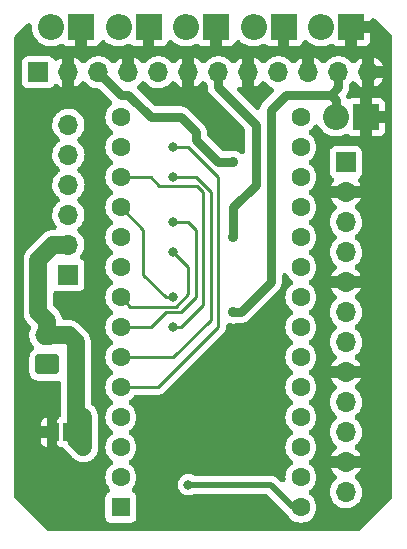
<source format=gbl>
%TF.GenerationSoftware,KiCad,Pcbnew,(6.0.1)*%
%TF.CreationDate,2022-02-24T09:20:58+01:00*%
%TF.ProjectId,RC-MultiSwitcher,52432d4d-756c-4746-9953-776974636865,rev?*%
%TF.SameCoordinates,Original*%
%TF.FileFunction,Copper,L2,Bot*%
%TF.FilePolarity,Positive*%
%FSLAX46Y46*%
G04 Gerber Fmt 4.6, Leading zero omitted, Abs format (unit mm)*
G04 Created by KiCad (PCBNEW (6.0.1)) date 2022-02-24 09:20:58*
%MOMM*%
%LPD*%
G01*
G04 APERTURE LIST*
G04 Aperture macros list*
%AMRoundRect*
0 Rectangle with rounded corners*
0 $1 Rounding radius*
0 $2 $3 $4 $5 $6 $7 $8 $9 X,Y pos of 4 corners*
0 Add a 4 corners polygon primitive as box body*
4,1,4,$2,$3,$4,$5,$6,$7,$8,$9,$2,$3,0*
0 Add four circle primitives for the rounded corners*
1,1,$1+$1,$2,$3*
1,1,$1+$1,$4,$5*
1,1,$1+$1,$6,$7*
1,1,$1+$1,$8,$9*
0 Add four rect primitives between the rounded corners*
20,1,$1+$1,$2,$3,$4,$5,0*
20,1,$1+$1,$4,$5,$6,$7,0*
20,1,$1+$1,$6,$7,$8,$9,0*
20,1,$1+$1,$8,$9,$2,$3,0*%
G04 Aperture macros list end*
%TA.AperFunction,ComponentPad*%
%ADD10R,2.200000X2.200000*%
%TD*%
%TA.AperFunction,ComponentPad*%
%ADD11O,2.200000X2.200000*%
%TD*%
%TA.AperFunction,ComponentPad*%
%ADD12R,1.700000X1.700000*%
%TD*%
%TA.AperFunction,ComponentPad*%
%ADD13O,1.700000X1.700000*%
%TD*%
%TA.AperFunction,ComponentPad*%
%ADD14RoundRect,0.250000X0.750000X-0.600000X0.750000X0.600000X-0.750000X0.600000X-0.750000X-0.600000X0*%
%TD*%
%TA.AperFunction,ComponentPad*%
%ADD15O,2.000000X1.700000*%
%TD*%
%TA.AperFunction,ComponentPad*%
%ADD16R,1.600000X1.600000*%
%TD*%
%TA.AperFunction,ComponentPad*%
%ADD17C,1.600000*%
%TD*%
%TA.AperFunction,SMDPad,CuDef*%
%ADD18R,1.000000X1.500000*%
%TD*%
%TA.AperFunction,ViaPad*%
%ADD19C,0.800000*%
%TD*%
%TA.AperFunction,ViaPad*%
%ADD20C,0.900000*%
%TD*%
%TA.AperFunction,Conductor*%
%ADD21C,0.500000*%
%TD*%
%TA.AperFunction,Conductor*%
%ADD22C,1.500000*%
%TD*%
%TA.AperFunction,Conductor*%
%ADD23C,0.250000*%
%TD*%
%TA.AperFunction,Conductor*%
%ADD24C,0.800000*%
%TD*%
G04 APERTURE END LIST*
D10*
X159821766Y-64135000D03*
D11*
X157281766Y-64135000D03*
D10*
X148391766Y-64135000D03*
D11*
X145851766Y-64135000D03*
D10*
X136961766Y-64135000D03*
D11*
X134421766Y-64135000D03*
D10*
X142676766Y-64135000D03*
D11*
X140136766Y-64135000D03*
D12*
X135890000Y-85090000D03*
D13*
X135890000Y-82550000D03*
X135890000Y-80010000D03*
X135890000Y-77470000D03*
X135890000Y-74930000D03*
X135890000Y-72390000D03*
D12*
X133345000Y-67945000D03*
D13*
X135885000Y-67945000D03*
X138425000Y-67945000D03*
X140965000Y-67945000D03*
X143505000Y-67945000D03*
X146045000Y-67945000D03*
X148585000Y-67945000D03*
X151125000Y-67945000D03*
X153665000Y-67945000D03*
X156205000Y-67945000D03*
X158745000Y-67945000D03*
X161285000Y-67945000D03*
D12*
X159385000Y-75560000D03*
D13*
X159385000Y-78100000D03*
X159385000Y-80640000D03*
X159385000Y-83180000D03*
X159385000Y-85720000D03*
X159385000Y-88260000D03*
X159385000Y-90800000D03*
X159385000Y-93340000D03*
X159385000Y-95880000D03*
X159385000Y-98420000D03*
X159385000Y-100960000D03*
X159385000Y-103500000D03*
D10*
X161091766Y-71755000D03*
D11*
X158551766Y-71755000D03*
D14*
X134095000Y-92690000D03*
D15*
X134095000Y-90190000D03*
D10*
X154106766Y-64135000D03*
D11*
X151566766Y-64135000D03*
D16*
X140335000Y-104775000D03*
D17*
X140335000Y-102235000D03*
X140335000Y-99695000D03*
X140335000Y-97155000D03*
X140335000Y-94615000D03*
X140335000Y-92075000D03*
X140335000Y-89535000D03*
X140335000Y-86995000D03*
X140335000Y-84455000D03*
X140335000Y-81915000D03*
X140335000Y-79375000D03*
X140335000Y-76835000D03*
X140335000Y-74295000D03*
X140335000Y-71755000D03*
X155575000Y-71755000D03*
X155575000Y-74295000D03*
X155575000Y-76835000D03*
X155575000Y-79375000D03*
X155575000Y-81915000D03*
X155575000Y-84455000D03*
X155575000Y-86995000D03*
X155575000Y-89535000D03*
X155575000Y-92075000D03*
X155575000Y-94615000D03*
X155575000Y-97155000D03*
X155575000Y-99695000D03*
X155575000Y-102235000D03*
X155575000Y-104775000D03*
D18*
X135905000Y-98425000D03*
X134605000Y-98425000D03*
D19*
X133350000Y-98425000D03*
X147320000Y-92710000D03*
X133350000Y-99695000D03*
X133350000Y-97155000D03*
X146050000Y-102870000D03*
X137160000Y-98425000D03*
X137160000Y-99695000D03*
X137160000Y-97155000D03*
X144780000Y-74295000D03*
X144780000Y-76835000D03*
X144780000Y-80645000D03*
X144780000Y-83185000D03*
X144780000Y-86995000D03*
X144780000Y-89535000D03*
D20*
X149860000Y-75565000D03*
X149860000Y-81915000D03*
X149860000Y-88265000D03*
D21*
X146050000Y-102870000D02*
X153035000Y-102870000D01*
X154940000Y-104775000D02*
X155575000Y-104775000D01*
X153035000Y-102870000D02*
X154940000Y-104775000D01*
D22*
X134095000Y-89010000D02*
X134095000Y-90190000D01*
X133350000Y-83820000D02*
X133350000Y-88265000D01*
X136525000Y-90805000D02*
X136525000Y-99060000D01*
X135910000Y-90190000D02*
X136525000Y-90805000D01*
X133350000Y-88265000D02*
X134095000Y-89010000D01*
X135890000Y-82550000D02*
X134620000Y-82550000D01*
X134620000Y-82550000D02*
X133350000Y-83820000D01*
X134095000Y-90190000D02*
X135910000Y-90190000D01*
X137160000Y-99695000D02*
X137160000Y-97155000D01*
X136525000Y-99060000D02*
X137160000Y-99695000D01*
D23*
X148590000Y-76835000D02*
X148590000Y-89535000D01*
X146050000Y-74295000D02*
X148590000Y-76835000D01*
X143510000Y-94615000D02*
X140335000Y-94615000D01*
X144780000Y-74295000D02*
X146050000Y-74295000D01*
X148590000Y-89535000D02*
X143510000Y-94615000D01*
X144780000Y-92075000D02*
X140335000Y-92075000D01*
X146685000Y-76835000D02*
X147955000Y-78105000D01*
X147955000Y-78105000D02*
X147955000Y-88900000D01*
X147955000Y-88900000D02*
X144780000Y-92075000D01*
X146685000Y-76835000D02*
X144780000Y-76835000D01*
X145415000Y-88265000D02*
X146685000Y-86995000D01*
X146685000Y-81280000D02*
X146050000Y-80645000D01*
X146685000Y-86995000D02*
X146685000Y-81280000D01*
X142875000Y-89535000D02*
X144145000Y-88265000D01*
X146050000Y-80645000D02*
X144780000Y-80645000D01*
X140335000Y-89535000D02*
X142875000Y-89535000D01*
X144145000Y-88265000D02*
X145415000Y-88265000D01*
X141134999Y-87794999D02*
X145004615Y-87794999D01*
X146050000Y-86749614D02*
X146050000Y-84455000D01*
X146050000Y-84455000D02*
X144780000Y-83185000D01*
X140335000Y-86995000D02*
X141134999Y-87794999D01*
X145004615Y-87794999D02*
X146050000Y-86749614D01*
X140335000Y-79375000D02*
X142240000Y-81280000D01*
X142240000Y-85090000D02*
X144145000Y-86995000D01*
X144145000Y-86995000D02*
X144780000Y-86995000D01*
X142240000Y-81280000D02*
X142240000Y-85090000D01*
X147319641Y-87630359D02*
X145415000Y-89535000D01*
X140335000Y-76835000D02*
X142875000Y-76835000D01*
X142875000Y-76835000D02*
X143599511Y-77559511D01*
X146773793Y-77559511D02*
X147319641Y-78105359D01*
X145415000Y-89535000D02*
X144780000Y-89535000D01*
X143599511Y-77559511D02*
X146773793Y-77559511D01*
X147319641Y-78105359D02*
X147319641Y-87630359D01*
D24*
X145415000Y-71755000D02*
X142875000Y-71755000D01*
X148590000Y-75565000D02*
X146685000Y-73660000D01*
X140970000Y-69850000D02*
X140330000Y-69850000D01*
X140330000Y-69850000D02*
X138425000Y-67945000D01*
X148590000Y-75565000D02*
X149860000Y-75565000D01*
X146685000Y-73660000D02*
X146685000Y-73025000D01*
X146685000Y-73025000D02*
X145415000Y-71755000D01*
X142875000Y-71755000D02*
X140970000Y-69850000D01*
X149860000Y-79375000D02*
X151765000Y-77470000D01*
X148585000Y-69210000D02*
X148585000Y-67945000D01*
X151765000Y-72390000D02*
X148585000Y-69210000D01*
X151765000Y-77470000D02*
X151765000Y-72390000D01*
X149860000Y-81915000D02*
X149860000Y-79375000D01*
X153035000Y-85725000D02*
X153035000Y-71120000D01*
X158551766Y-70286766D02*
X158551766Y-71755000D01*
X158745000Y-69220000D02*
X158745000Y-67945000D01*
X154305000Y-69850000D02*
X158115000Y-69850000D01*
X158115000Y-69850000D02*
X158745000Y-69220000D01*
X158115000Y-69850000D02*
X158551766Y-70286766D01*
X150495000Y-88265000D02*
X153035000Y-85725000D01*
X153035000Y-71120000D02*
X154305000Y-69850000D01*
X149860000Y-88265000D02*
X150495000Y-88265000D01*
%TA.AperFunction,Conductor*%
G36*
X161779584Y-63381819D02*
G01*
X161861663Y-63436663D01*
X163247898Y-64822898D01*
X163302742Y-64904977D01*
X163322000Y-65001796D01*
X163322000Y-103908204D01*
X163302742Y-104005023D01*
X163247898Y-104087102D01*
X160602102Y-106732898D01*
X160520023Y-106787742D01*
X160423204Y-106807000D01*
X134216796Y-106807000D01*
X134119977Y-106787742D01*
X134037898Y-106732898D01*
X131392102Y-104087102D01*
X131337258Y-104005023D01*
X131318000Y-103908204D01*
X131318000Y-99216245D01*
X133597001Y-99216245D01*
X133597740Y-99229888D01*
X133602035Y-99269436D01*
X133609318Y-99300064D01*
X133648501Y-99404585D01*
X133665637Y-99435885D01*
X133731285Y-99523479D01*
X133756521Y-99548715D01*
X133844115Y-99614363D01*
X133875415Y-99631499D01*
X133979936Y-99670682D01*
X134010566Y-99677966D01*
X134050095Y-99682260D01*
X134063764Y-99683000D01*
X134080082Y-99683000D01*
X134100866Y-99678866D01*
X134105000Y-99658082D01*
X134105000Y-98949918D01*
X134100866Y-98929134D01*
X134080082Y-98925000D01*
X133621919Y-98925000D01*
X133601135Y-98929134D01*
X133597001Y-98949918D01*
X133597001Y-99216245D01*
X131318000Y-99216245D01*
X131318000Y-97900082D01*
X133597000Y-97900082D01*
X133601134Y-97920866D01*
X133621918Y-97925000D01*
X134080082Y-97925000D01*
X134100866Y-97920866D01*
X134105000Y-97900082D01*
X134105000Y-97191919D01*
X134100866Y-97171135D01*
X134080082Y-97167001D01*
X134063755Y-97167001D01*
X134050112Y-97167740D01*
X134010564Y-97172035D01*
X133979936Y-97179318D01*
X133875415Y-97218501D01*
X133844115Y-97235637D01*
X133756521Y-97301285D01*
X133731285Y-97326521D01*
X133665637Y-97414115D01*
X133648501Y-97445415D01*
X133609318Y-97549936D01*
X133602034Y-97580566D01*
X133597740Y-97620095D01*
X133597000Y-97633764D01*
X133597000Y-97900082D01*
X131318000Y-97900082D01*
X131318000Y-88212086D01*
X132087521Y-88212086D01*
X132088052Y-88223344D01*
X132091219Y-88290499D01*
X132091500Y-88302417D01*
X132091500Y-88321999D01*
X132093584Y-88345352D01*
X132094304Y-88355915D01*
X132098104Y-88436488D01*
X132100622Y-88447482D01*
X132101499Y-88453883D01*
X132104242Y-88471204D01*
X132105381Y-88477535D01*
X132106383Y-88488762D01*
X132109357Y-88499631D01*
X132109357Y-88499634D01*
X132127673Y-88566587D01*
X132130254Y-88576862D01*
X132148258Y-88655470D01*
X132152681Y-88665839D01*
X132154670Y-88671962D01*
X132160455Y-88688575D01*
X132162690Y-88694586D01*
X132165663Y-88705451D01*
X132170512Y-88715617D01*
X132170513Y-88715620D01*
X132200388Y-88778254D01*
X132204746Y-88787903D01*
X132236397Y-88862109D01*
X132242581Y-88871523D01*
X132245639Y-88877227D01*
X132254214Y-88892445D01*
X132257525Y-88898044D01*
X132262378Y-88908218D01*
X132268954Y-88917369D01*
X132268959Y-88917378D01*
X132309444Y-88973719D01*
X132315445Y-88982449D01*
X132323802Y-88995171D01*
X132359735Y-89049874D01*
X132365905Y-89056799D01*
X132373824Y-89065687D01*
X132381317Y-89075040D01*
X132386893Y-89081500D01*
X132393471Y-89090654D01*
X132451432Y-89146822D01*
X132469510Y-89164341D01*
X132472342Y-89167129D01*
X132653189Y-89347976D01*
X132708033Y-89430055D01*
X132727291Y-89526874D01*
X132708033Y-89623693D01*
X132699816Y-89641535D01*
X132686621Y-89667489D01*
X132686619Y-89667495D01*
X132681760Y-89677051D01*
X132613393Y-89897227D01*
X132583102Y-90125774D01*
X132591751Y-90356158D01*
X132593952Y-90366648D01*
X132636696Y-90570366D01*
X132639093Y-90581791D01*
X132643027Y-90591753D01*
X132643029Y-90591759D01*
X132674925Y-90672523D01*
X132723776Y-90796221D01*
X132729332Y-90805377D01*
X132729333Y-90805379D01*
X132770535Y-90873278D01*
X132843377Y-90993317D01*
X132850395Y-91001404D01*
X132939351Y-91103918D01*
X132988260Y-91189666D01*
X133000632Y-91287603D01*
X132974583Y-91382820D01*
X132914080Y-91460821D01*
X132886774Y-91480915D01*
X132883147Y-91483790D01*
X132870652Y-91491522D01*
X132745695Y-91616697D01*
X132652885Y-91767262D01*
X132597203Y-91935139D01*
X132586500Y-92039600D01*
X132586500Y-93340400D01*
X132597474Y-93446166D01*
X132653450Y-93613946D01*
X132746522Y-93764348D01*
X132871697Y-93889305D01*
X132884210Y-93897018D01*
X132983548Y-93958251D01*
X133022262Y-93982115D01*
X133190139Y-94037797D01*
X133294600Y-94048500D01*
X134895400Y-94048500D01*
X134987391Y-94038955D01*
X135085678Y-94048118D01*
X135172979Y-94094198D01*
X135236001Y-94170178D01*
X135265149Y-94264493D01*
X135266500Y-94290604D01*
X135266500Y-96932200D01*
X135247242Y-97029019D01*
X135192398Y-97111098D01*
X135147193Y-97141303D01*
X135148741Y-97143619D01*
X135109375Y-97169923D01*
X135105032Y-97191758D01*
X135067256Y-97282959D01*
X135046670Y-97308043D01*
X135041739Y-97311739D01*
X135030931Y-97326160D01*
X134969483Y-97408150D01*
X134954385Y-97428295D01*
X134903255Y-97564684D01*
X134901542Y-97580455D01*
X134901541Y-97580458D01*
X134898958Y-97604243D01*
X134896500Y-97626866D01*
X134896500Y-99223134D01*
X134897240Y-99229942D01*
X134897240Y-99229950D01*
X134901541Y-99269542D01*
X134903255Y-99285316D01*
X134908825Y-99300173D01*
X134943976Y-99393938D01*
X134954385Y-99421705D01*
X134965193Y-99436126D01*
X134965194Y-99436128D01*
X135002050Y-99485304D01*
X135041739Y-99538261D01*
X135042621Y-99538922D01*
X135090635Y-99610779D01*
X135105032Y-99658242D01*
X135109134Y-99678865D01*
X135129918Y-99682999D01*
X135146245Y-99682999D01*
X135159888Y-99682260D01*
X135215207Y-99676252D01*
X135215417Y-99678186D01*
X135291035Y-99675377D01*
X135294684Y-99676745D01*
X135315631Y-99679021D01*
X135324358Y-99681764D01*
X135325894Y-99682129D01*
X135325868Y-99682238D01*
X135409799Y-99708620D01*
X135485476Y-99772006D01*
X135499766Y-99791639D01*
X135529639Y-99837117D01*
X135529643Y-99837123D01*
X135534735Y-99844874D01*
X135540905Y-99851799D01*
X135548824Y-99860687D01*
X135556317Y-99870040D01*
X135561893Y-99876500D01*
X135568471Y-99885654D01*
X135597955Y-99914226D01*
X135644509Y-99959340D01*
X135647341Y-99962128D01*
X136191471Y-100506258D01*
X136198777Y-100514120D01*
X136203471Y-100520654D01*
X136211561Y-100528493D01*
X136211562Y-100528495D01*
X136279480Y-100594312D01*
X136282312Y-100597100D01*
X136310411Y-100625199D01*
X136314729Y-100628810D01*
X136318279Y-100632057D01*
X136323574Y-100637043D01*
X136347020Y-100659763D01*
X136364799Y-100676992D01*
X136374149Y-100683275D01*
X136374154Y-100683279D01*
X136392285Y-100695463D01*
X136413457Y-100711359D01*
X136418196Y-100715321D01*
X136438854Y-100732594D01*
X136448633Y-100738172D01*
X136448639Y-100738176D01*
X136488281Y-100760787D01*
X136504024Y-100770548D01*
X136551262Y-100802290D01*
X136561585Y-100806821D01*
X136561584Y-100806821D01*
X136581577Y-100815598D01*
X136605229Y-100827493D01*
X136624211Y-100838320D01*
X136624215Y-100838322D01*
X136633993Y-100843899D01*
X136644608Y-100847658D01*
X136644610Y-100847659D01*
X136687623Y-100862891D01*
X136704860Y-100869716D01*
X136746640Y-100888056D01*
X136746651Y-100888060D01*
X136756967Y-100892588D01*
X136789171Y-100900320D01*
X136814548Y-100907837D01*
X136845759Y-100918889D01*
X136899328Y-100927661D01*
X136901911Y-100928084D01*
X136920089Y-100931750D01*
X136964451Y-100942401D01*
X136964455Y-100942402D01*
X136975411Y-100945032D01*
X136986664Y-100945681D01*
X136986665Y-100945681D01*
X137008465Y-100946938D01*
X137034776Y-100949842D01*
X137067458Y-100955194D01*
X137078721Y-100955017D01*
X137124366Y-100954300D01*
X137142887Y-100954688D01*
X137199690Y-100957963D01*
X137232561Y-100953985D01*
X137258968Y-100952185D01*
X137280814Y-100951842D01*
X137280815Y-100951842D01*
X137292081Y-100951665D01*
X137347929Y-100940708D01*
X137366217Y-100937812D01*
X137379806Y-100936168D01*
X137411530Y-100932329D01*
X137411535Y-100932328D01*
X137422715Y-100930975D01*
X137433482Y-100927662D01*
X137433489Y-100927661D01*
X137454353Y-100921242D01*
X137480045Y-100914788D01*
X137501469Y-100910585D01*
X137501470Y-100910585D01*
X137512530Y-100908415D01*
X137523036Y-100904319D01*
X137565544Y-100887746D01*
X137583052Y-100881648D01*
X137637435Y-100864918D01*
X137647450Y-100859749D01*
X137666854Y-100849734D01*
X137690987Y-100838838D01*
X137711339Y-100830903D01*
X137711343Y-100830901D01*
X137721836Y-100826810D01*
X137770358Y-100797076D01*
X137786510Y-100787975D01*
X137827054Y-100767049D01*
X137827058Y-100767047D01*
X137837064Y-100761882D01*
X137846006Y-100755021D01*
X137863328Y-100741730D01*
X137885148Y-100726733D01*
X137903770Y-100715321D01*
X137913382Y-100709431D01*
X137955861Y-100671583D01*
X137970148Y-100659763D01*
X138015292Y-100625123D01*
X138037578Y-100600631D01*
X138056399Y-100582006D01*
X138072708Y-100567476D01*
X138072711Y-100567473D01*
X138081115Y-100559985D01*
X138091211Y-100547110D01*
X138116222Y-100515212D01*
X138128189Y-100501051D01*
X138158902Y-100467298D01*
X138158904Y-100467296D01*
X138166485Y-100458964D01*
X138184081Y-100430913D01*
X138199304Y-100409254D01*
X138212783Y-100392064D01*
X138212783Y-100392063D01*
X138219734Y-100383199D01*
X138246368Y-100332895D01*
X138255639Y-100316839D01*
X138279876Y-100278203D01*
X138279879Y-100278196D01*
X138285864Y-100268656D01*
X138290065Y-100258206D01*
X138290068Y-100258200D01*
X138298211Y-100237944D01*
X138309357Y-100213932D01*
X138319585Y-100194614D01*
X138319586Y-100194612D01*
X138324855Y-100184660D01*
X138342159Y-100130441D01*
X138348437Y-100113002D01*
X138365453Y-100070673D01*
X138365454Y-100070671D01*
X138369656Y-100060217D01*
X138376371Y-100027794D01*
X138383089Y-100002186D01*
X138389730Y-99981378D01*
X138393156Y-99970643D01*
X138400584Y-99914223D01*
X138403677Y-99895935D01*
X138404943Y-99889825D01*
X138405806Y-99885654D01*
X138413331Y-99849324D01*
X138413332Y-99849314D01*
X138415213Y-99840233D01*
X138418488Y-99783435D01*
X138420232Y-99764978D01*
X138421008Y-99759084D01*
X138422479Y-99747914D01*
X138418781Y-99669494D01*
X138418500Y-99657577D01*
X138418500Y-97098001D01*
X138403617Y-96931238D01*
X138344337Y-96714549D01*
X138335370Y-96695748D01*
X138252474Y-96521954D01*
X138252473Y-96521952D01*
X138247622Y-96511782D01*
X138116529Y-96329346D01*
X137955201Y-96173008D01*
X137895389Y-96132816D01*
X137825770Y-96062831D01*
X137788233Y-95971531D01*
X137783500Y-95922824D01*
X137783500Y-90904715D01*
X137785665Y-90871690D01*
X137786008Y-90869086D01*
X137787479Y-90857913D01*
X137783781Y-90779501D01*
X137783500Y-90767582D01*
X137783500Y-90748001D01*
X137781415Y-90724634D01*
X137780696Y-90714081D01*
X137777427Y-90644772D01*
X137776896Y-90633512D01*
X137774378Y-90622518D01*
X137773501Y-90616117D01*
X137770758Y-90598796D01*
X137769619Y-90592465D01*
X137768617Y-90581238D01*
X137758586Y-90544570D01*
X137747327Y-90503413D01*
X137744746Y-90493138D01*
X137744196Y-90490739D01*
X137726742Y-90414530D01*
X137722319Y-90404161D01*
X137720330Y-90398038D01*
X137714545Y-90381425D01*
X137712310Y-90375414D01*
X137709337Y-90364549D01*
X137700228Y-90345450D01*
X137674612Y-90291746D01*
X137670251Y-90282089D01*
X137643023Y-90218254D01*
X137638603Y-90207891D01*
X137632419Y-90198477D01*
X137629361Y-90192773D01*
X137620786Y-90177555D01*
X137617475Y-90171956D01*
X137612622Y-90161782D01*
X137606046Y-90152631D01*
X137606041Y-90152622D01*
X137565561Y-90096288D01*
X137559560Y-90087557D01*
X137520363Y-90027886D01*
X137515265Y-90020125D01*
X137509095Y-90013200D01*
X137509091Y-90013195D01*
X137501174Y-90004310D01*
X137493691Y-89994970D01*
X137488107Y-89988500D01*
X137481529Y-89979346D01*
X137472939Y-89971021D01*
X137405521Y-89905689D01*
X137402689Y-89902901D01*
X136870406Y-89370618D01*
X136848585Y-89345736D01*
X136846981Y-89343645D01*
X136846979Y-89343642D01*
X136840123Y-89334708D01*
X136831794Y-89327129D01*
X136831791Y-89327126D01*
X136782058Y-89281873D01*
X136773432Y-89273644D01*
X136759590Y-89259802D01*
X136741606Y-89244765D01*
X136733639Y-89237815D01*
X136673964Y-89183515D01*
X136664413Y-89177524D01*
X136659253Y-89173607D01*
X136645097Y-89163322D01*
X136639790Y-89159633D01*
X136631146Y-89152406D01*
X136621366Y-89146828D01*
X136621358Y-89146822D01*
X136561080Y-89112441D01*
X136551986Y-89106999D01*
X136538430Y-89098495D01*
X136518123Y-89085757D01*
X136493199Y-89070122D01*
X136493197Y-89070121D01*
X136483656Y-89064136D01*
X136473208Y-89059936D01*
X136467468Y-89057011D01*
X136451627Y-89049353D01*
X136445789Y-89046680D01*
X136436007Y-89041101D01*
X136365215Y-89016032D01*
X136359963Y-89014172D01*
X136350052Y-89010427D01*
X136327061Y-89001185D01*
X136275217Y-88980344D01*
X136264189Y-88978060D01*
X136258039Y-88976203D01*
X136241123Y-88971480D01*
X136234867Y-88969874D01*
X136224241Y-88966111D01*
X136213117Y-88964289D01*
X136213116Y-88964289D01*
X136144632Y-88953074D01*
X136134214Y-88951143D01*
X136064322Y-88936669D01*
X136064319Y-88936669D01*
X136055233Y-88934787D01*
X136045975Y-88934253D01*
X136045973Y-88934253D01*
X136037842Y-88933784D01*
X136034088Y-88933568D01*
X136022164Y-88932251D01*
X136013659Y-88931626D01*
X136002543Y-88929806D01*
X135899908Y-88931418D01*
X135896691Y-88931469D01*
X135892717Y-88931500D01*
X135571440Y-88931500D01*
X135474621Y-88912242D01*
X135392542Y-88857398D01*
X135337698Y-88775319D01*
X135327407Y-88745260D01*
X135317327Y-88708414D01*
X135314746Y-88698138D01*
X135309964Y-88677260D01*
X135296742Y-88619530D01*
X135292319Y-88609161D01*
X135290330Y-88603038D01*
X135284545Y-88586425D01*
X135282310Y-88580414D01*
X135279337Y-88569549D01*
X135245990Y-88499634D01*
X135244612Y-88496746D01*
X135240251Y-88487089D01*
X135233920Y-88472246D01*
X135208603Y-88412891D01*
X135202419Y-88403477D01*
X135199361Y-88397773D01*
X135190786Y-88382555D01*
X135187475Y-88376956D01*
X135182622Y-88366782D01*
X135176046Y-88357631D01*
X135176041Y-88357622D01*
X135135556Y-88301281D01*
X135129555Y-88292551D01*
X135090355Y-88232875D01*
X135085265Y-88225126D01*
X135071176Y-88209313D01*
X135063683Y-88199960D01*
X135058107Y-88193500D01*
X135051529Y-88184346D01*
X134975490Y-88110659D01*
X134972659Y-88107872D01*
X134682602Y-87817814D01*
X134627758Y-87735735D01*
X134608500Y-87638916D01*
X134608500Y-86683549D01*
X134627758Y-86586730D01*
X134682602Y-86504651D01*
X134764681Y-86449807D01*
X134861500Y-86430549D01*
X134917260Y-86437088D01*
X134929684Y-86441745D01*
X134954900Y-86444484D01*
X134985050Y-86447760D01*
X134985058Y-86447760D01*
X134991866Y-86448500D01*
X136788134Y-86448500D01*
X136794942Y-86447760D01*
X136794950Y-86447760D01*
X136834542Y-86443459D01*
X136834545Y-86443458D01*
X136850316Y-86441745D01*
X136928298Y-86412511D01*
X136969826Y-86396943D01*
X136969828Y-86396942D01*
X136986705Y-86390615D01*
X137001126Y-86379807D01*
X137001128Y-86379806D01*
X137088840Y-86314069D01*
X137103261Y-86303261D01*
X137126843Y-86271796D01*
X137179806Y-86201128D01*
X137179807Y-86201126D01*
X137190615Y-86186705D01*
X137201136Y-86158642D01*
X137224410Y-86096556D01*
X137241745Y-86050316D01*
X137248500Y-85988134D01*
X137248500Y-84191866D01*
X137245865Y-84167602D01*
X137243459Y-84145458D01*
X137243458Y-84145455D01*
X137241745Y-84129684D01*
X137190615Y-83993295D01*
X137172511Y-83969138D01*
X137114069Y-83891160D01*
X137103261Y-83876739D01*
X137011897Y-83808265D01*
X136986705Y-83789385D01*
X136988508Y-83786979D01*
X136934565Y-83741799D01*
X136888904Y-83654278D01*
X136880212Y-83555946D01*
X136909812Y-83461773D01*
X136928894Y-83434063D01*
X136928096Y-83433489D01*
X136966644Y-83379843D01*
X137058453Y-83252077D01*
X137064494Y-83239855D01*
X137152827Y-83061125D01*
X137152828Y-83061123D01*
X137157430Y-83051811D01*
X137195190Y-82927528D01*
X137219352Y-82848003D01*
X137219352Y-82848001D01*
X137222370Y-82838069D01*
X137251529Y-82616590D01*
X137251859Y-82603111D01*
X137252992Y-82556730D01*
X137252992Y-82556722D01*
X137253156Y-82550000D01*
X137249595Y-82506680D01*
X137237007Y-82353576D01*
X137234852Y-82327361D01*
X137180431Y-82110702D01*
X137110082Y-81948910D01*
X137095494Y-81915361D01*
X137095493Y-81915360D01*
X137091354Y-81905840D01*
X136970014Y-81718277D01*
X136866620Y-81604648D01*
X136826656Y-81560728D01*
X136826653Y-81560725D01*
X136819670Y-81553051D01*
X136811531Y-81546623D01*
X136811518Y-81546611D01*
X136726566Y-81479520D01*
X136662521Y-81404400D01*
X136632099Y-81310489D01*
X136639930Y-81212085D01*
X136684824Y-81124168D01*
X136736454Y-81075001D01*
X136769860Y-81051173D01*
X136777214Y-81043845D01*
X136920745Y-80900815D01*
X136920749Y-80900811D01*
X136928096Y-80893489D01*
X136946913Y-80867303D01*
X137008972Y-80780937D01*
X137058453Y-80712077D01*
X137064494Y-80699855D01*
X137152827Y-80521125D01*
X137152828Y-80521123D01*
X137157430Y-80511811D01*
X137186126Y-80417361D01*
X137219352Y-80308003D01*
X137219352Y-80308001D01*
X137222370Y-80298069D01*
X137251529Y-80076590D01*
X137251960Y-80058974D01*
X137252992Y-80016730D01*
X137252992Y-80016722D01*
X137253156Y-80010000D01*
X137249595Y-79966680D01*
X137239877Y-79848487D01*
X137234852Y-79787361D01*
X137226616Y-79754570D01*
X137207184Y-79677211D01*
X137180431Y-79570702D01*
X137104746Y-79396638D01*
X137095494Y-79375361D01*
X137095493Y-79375360D01*
X137091354Y-79365840D01*
X137049902Y-79301764D01*
X136975654Y-79186995D01*
X136975654Y-79186994D01*
X136970014Y-79178277D01*
X136819670Y-79013051D01*
X136811531Y-79006623D01*
X136811518Y-79006611D01*
X136726566Y-78939520D01*
X136662521Y-78864400D01*
X136632099Y-78770489D01*
X136639930Y-78672085D01*
X136684824Y-78584168D01*
X136736454Y-78535001D01*
X136761410Y-78517200D01*
X136769860Y-78511173D01*
X136777214Y-78503845D01*
X136920745Y-78360815D01*
X136920749Y-78360811D01*
X136928096Y-78353489D01*
X137058453Y-78172077D01*
X137064110Y-78160632D01*
X137152827Y-77981125D01*
X137152828Y-77981123D01*
X137157430Y-77971811D01*
X137186042Y-77877639D01*
X137219352Y-77768003D01*
X137219352Y-77768001D01*
X137222370Y-77758069D01*
X137251529Y-77536590D01*
X137252404Y-77500801D01*
X137252992Y-77476730D01*
X137252992Y-77476722D01*
X137253156Y-77470000D01*
X137234852Y-77247361D01*
X137226616Y-77214570D01*
X137196409Y-77094313D01*
X137180431Y-77030702D01*
X137127279Y-76908460D01*
X137095494Y-76835361D01*
X137095493Y-76835360D01*
X137091354Y-76825840D01*
X136994550Y-76676203D01*
X136975654Y-76646995D01*
X136975654Y-76646994D01*
X136970014Y-76638277D01*
X136845871Y-76501845D01*
X136826656Y-76480728D01*
X136826653Y-76480725D01*
X136819670Y-76473051D01*
X136811531Y-76466623D01*
X136811518Y-76466611D01*
X136726566Y-76399520D01*
X136662521Y-76324400D01*
X136632099Y-76230489D01*
X136639930Y-76132085D01*
X136684824Y-76044168D01*
X136736454Y-75995001D01*
X136761410Y-75977200D01*
X136769860Y-75971173D01*
X136784340Y-75956744D01*
X136920745Y-75820815D01*
X136920749Y-75820811D01*
X136928096Y-75813489D01*
X137058453Y-75632077D01*
X137069892Y-75608933D01*
X137152827Y-75441125D01*
X137152828Y-75441123D01*
X137157430Y-75431811D01*
X137186042Y-75337639D01*
X137219352Y-75228003D01*
X137219352Y-75228001D01*
X137222370Y-75218069D01*
X137251529Y-74996590D01*
X137252013Y-74976819D01*
X137252992Y-74936730D01*
X137252992Y-74936722D01*
X137253156Y-74930000D01*
X137234852Y-74707361D01*
X137226616Y-74674570D01*
X137212356Y-74617801D01*
X137180431Y-74490702D01*
X137091354Y-74285840D01*
X137074240Y-74259385D01*
X136975654Y-74106995D01*
X136975654Y-74106994D01*
X136970014Y-74098277D01*
X136819670Y-73933051D01*
X136811531Y-73926623D01*
X136811518Y-73926611D01*
X136726566Y-73859520D01*
X136662521Y-73784400D01*
X136632099Y-73690489D01*
X136639930Y-73592085D01*
X136684824Y-73504168D01*
X136736454Y-73455001D01*
X136761410Y-73437200D01*
X136769860Y-73431173D01*
X136777610Y-73423450D01*
X136920745Y-73280815D01*
X136920749Y-73280811D01*
X136928096Y-73273489D01*
X137058453Y-73092077D01*
X137069892Y-73068933D01*
X137152827Y-72901125D01*
X137152828Y-72901123D01*
X137157430Y-72891811D01*
X137186042Y-72797639D01*
X137219352Y-72688003D01*
X137219352Y-72688001D01*
X137222370Y-72678069D01*
X137223886Y-72666558D01*
X137234563Y-72585459D01*
X137251529Y-72456590D01*
X137251787Y-72446069D01*
X137252992Y-72396730D01*
X137252992Y-72396722D01*
X137253156Y-72390000D01*
X137249609Y-72346849D01*
X137235703Y-72177716D01*
X137234852Y-72167361D01*
X137226616Y-72134570D01*
X137191247Y-71993763D01*
X137180431Y-71950702D01*
X137091354Y-71745840D01*
X136970014Y-71558277D01*
X136819670Y-71393051D01*
X136811528Y-71386621D01*
X136811525Y-71386618D01*
X136709137Y-71305757D01*
X136644359Y-71254598D01*
X136504205Y-71177229D01*
X136457878Y-71151655D01*
X136457874Y-71151653D01*
X136448789Y-71146638D01*
X136439006Y-71143174D01*
X136439000Y-71143171D01*
X136248000Y-71075535D01*
X136247999Y-71075535D01*
X136238212Y-71072069D01*
X136227992Y-71070249D01*
X136227990Y-71070248D01*
X136028507Y-71034715D01*
X136018284Y-71032894D01*
X136007904Y-71032767D01*
X136007902Y-71032767D01*
X135893558Y-71031370D01*
X135794911Y-71030165D01*
X135574091Y-71063955D01*
X135564218Y-71067182D01*
X135564214Y-71067183D01*
X135386682Y-71125210D01*
X135361756Y-71133357D01*
X135163607Y-71236507D01*
X134984965Y-71370635D01*
X134977786Y-71378147D01*
X134977783Y-71378150D01*
X134956207Y-71400728D01*
X134830629Y-71532138D01*
X134704743Y-71716680D01*
X134610688Y-71919305D01*
X134550989Y-72134570D01*
X134527251Y-72356695D01*
X134527849Y-72367067D01*
X134527849Y-72367068D01*
X134537098Y-72527470D01*
X134540110Y-72579715D01*
X134589222Y-72797639D01*
X134593129Y-72807260D01*
X134669360Y-72994998D01*
X134669363Y-72995004D01*
X134673266Y-73004616D01*
X134678690Y-73013467D01*
X134784560Y-73186233D01*
X134784564Y-73186239D01*
X134789987Y-73195088D01*
X134796784Y-73202935D01*
X134796785Y-73202936D01*
X134923646Y-73349388D01*
X134936250Y-73363938D01*
X135058690Y-73465590D01*
X135120880Y-73542249D01*
X135148999Y-73636875D01*
X135138767Y-73735059D01*
X135091740Y-73821853D01*
X135048987Y-73862566D01*
X134984965Y-73910635D01*
X134977786Y-73918147D01*
X134977783Y-73918150D01*
X134960675Y-73936053D01*
X134830629Y-74072138D01*
X134704743Y-74256680D01*
X134610688Y-74459305D01*
X134550989Y-74674570D01*
X134527251Y-74896695D01*
X134527849Y-74907067D01*
X134527849Y-74907068D01*
X134531701Y-74973866D01*
X134540110Y-75119715D01*
X134589222Y-75337639D01*
X134593129Y-75347260D01*
X134669360Y-75534998D01*
X134669363Y-75535004D01*
X134673266Y-75544616D01*
X134678690Y-75553467D01*
X134784560Y-75726233D01*
X134784564Y-75726239D01*
X134789987Y-75735088D01*
X134796784Y-75742935D01*
X134796785Y-75742936D01*
X134871165Y-75828802D01*
X134936250Y-75903938D01*
X135058690Y-76005590D01*
X135120880Y-76082249D01*
X135148999Y-76176875D01*
X135138767Y-76275059D01*
X135091740Y-76361853D01*
X135048987Y-76402566D01*
X134984965Y-76450635D01*
X134977786Y-76458147D01*
X134977783Y-76458150D01*
X134896852Y-76542839D01*
X134830629Y-76612138D01*
X134704743Y-76796680D01*
X134610688Y-76999305D01*
X134550989Y-77214570D01*
X134527251Y-77436695D01*
X134527849Y-77447067D01*
X134527849Y-77447068D01*
X134529564Y-77476802D01*
X134540110Y-77659715D01*
X134589222Y-77877639D01*
X134593129Y-77887260D01*
X134669360Y-78074998D01*
X134669363Y-78075004D01*
X134673266Y-78084616D01*
X134692159Y-78115446D01*
X134784560Y-78266233D01*
X134784564Y-78266239D01*
X134789987Y-78275088D01*
X134796784Y-78282935D01*
X134796785Y-78282936D01*
X134870265Y-78367763D01*
X134936250Y-78443938D01*
X135058690Y-78545590D01*
X135120880Y-78622249D01*
X135148999Y-78716875D01*
X135138767Y-78815059D01*
X135091740Y-78901853D01*
X135048987Y-78942566D01*
X134984965Y-78990635D01*
X134977786Y-78998147D01*
X134977783Y-78998150D01*
X134956207Y-79020728D01*
X134830629Y-79152138D01*
X134704743Y-79336680D01*
X134610688Y-79539305D01*
X134550989Y-79754570D01*
X134527251Y-79976695D01*
X134527849Y-79987067D01*
X134527849Y-79987068D01*
X134538357Y-80169305D01*
X134540110Y-80199715D01*
X134589222Y-80417639D01*
X134593129Y-80427260D01*
X134669360Y-80614998D01*
X134669363Y-80615004D01*
X134673266Y-80624616D01*
X134678690Y-80633467D01*
X134784560Y-80806233D01*
X134784564Y-80806239D01*
X134789987Y-80815088D01*
X134837423Y-80869849D01*
X134886258Y-80955639D01*
X134898546Y-81053587D01*
X134872415Y-81148781D01*
X134811844Y-81226730D01*
X134726054Y-81275565D01*
X134658112Y-81288219D01*
X134594501Y-81291219D01*
X134582582Y-81291500D01*
X134563001Y-81291500D01*
X134557400Y-81292000D01*
X134557395Y-81292000D01*
X134550172Y-81292645D01*
X134539634Y-81293585D01*
X134529086Y-81294304D01*
X134448512Y-81298104D01*
X134437518Y-81300622D01*
X134431117Y-81301499D01*
X134413796Y-81304242D01*
X134407465Y-81305381D01*
X134396238Y-81306383D01*
X134385369Y-81309357D01*
X134385366Y-81309357D01*
X134318413Y-81327673D01*
X134308137Y-81330254D01*
X134229530Y-81348258D01*
X134219161Y-81352681D01*
X134213038Y-81354670D01*
X134196425Y-81360455D01*
X134190414Y-81362690D01*
X134179549Y-81365663D01*
X134169383Y-81370512D01*
X134169380Y-81370513D01*
X134106746Y-81400388D01*
X134097097Y-81404746D01*
X134022891Y-81436397D01*
X134013477Y-81442581D01*
X134007773Y-81445639D01*
X133992555Y-81454214D01*
X133986956Y-81457525D01*
X133976782Y-81462378D01*
X133967631Y-81468954D01*
X133967622Y-81468959D01*
X133911288Y-81509439D01*
X133902557Y-81515440D01*
X133844617Y-81553500D01*
X133835125Y-81559735D01*
X133828200Y-81565905D01*
X133828195Y-81565909D01*
X133819310Y-81573826D01*
X133809970Y-81581309D01*
X133803500Y-81586893D01*
X133794346Y-81593471D01*
X133786505Y-81601562D01*
X133786503Y-81601564D01*
X133720689Y-81669479D01*
X133717901Y-81672311D01*
X132530618Y-82859594D01*
X132505736Y-82881415D01*
X132503645Y-82883019D01*
X132503642Y-82883021D01*
X132494708Y-82889877D01*
X132487129Y-82898206D01*
X132487126Y-82898209D01*
X132441873Y-82947942D01*
X132433644Y-82956568D01*
X132419802Y-82970410D01*
X132409723Y-82982465D01*
X132404772Y-82988386D01*
X132397815Y-82996361D01*
X132343515Y-83056036D01*
X132337524Y-83065587D01*
X132333607Y-83070747D01*
X132323322Y-83084903D01*
X132319633Y-83090210D01*
X132312406Y-83098854D01*
X132306828Y-83108634D01*
X132306822Y-83108642D01*
X132272441Y-83168920D01*
X132267002Y-83178009D01*
X132224136Y-83246344D01*
X132219936Y-83256792D01*
X132217011Y-83262532D01*
X132209353Y-83278373D01*
X132206680Y-83284211D01*
X132201101Y-83293993D01*
X132197341Y-83304611D01*
X132174172Y-83370037D01*
X132170427Y-83379948D01*
X132140344Y-83454783D01*
X132138060Y-83465811D01*
X132136203Y-83471961D01*
X132131480Y-83488877D01*
X132129874Y-83495133D01*
X132126111Y-83505759D01*
X132124289Y-83516883D01*
X132124289Y-83516884D01*
X132113074Y-83585368D01*
X132111143Y-83595786D01*
X132094787Y-83674767D01*
X132094253Y-83684025D01*
X132094253Y-83684027D01*
X132093568Y-83695911D01*
X132092251Y-83707836D01*
X132091626Y-83716341D01*
X132089806Y-83727457D01*
X132089983Y-83738718D01*
X132091469Y-83833309D01*
X132091500Y-83837283D01*
X132091500Y-88165284D01*
X132089335Y-88198306D01*
X132087521Y-88212086D01*
X131318000Y-88212086D01*
X131318000Y-68843134D01*
X131986500Y-68843134D01*
X131987240Y-68849942D01*
X131987240Y-68849950D01*
X131991541Y-68889542D01*
X131993255Y-68905316D01*
X132044385Y-69041705D01*
X132055193Y-69056126D01*
X132055194Y-69056128D01*
X132114929Y-69135832D01*
X132131739Y-69158261D01*
X132146160Y-69169069D01*
X132233872Y-69234806D01*
X132233874Y-69234807D01*
X132248295Y-69245615D01*
X132265172Y-69251942D01*
X132265174Y-69251943D01*
X132316396Y-69271145D01*
X132384684Y-69296745D01*
X132400455Y-69298458D01*
X132400458Y-69298459D01*
X132440050Y-69302760D01*
X132440058Y-69302760D01*
X132446866Y-69303500D01*
X134243134Y-69303500D01*
X134249942Y-69302760D01*
X134249950Y-69302760D01*
X134289542Y-69298459D01*
X134289545Y-69298458D01*
X134305316Y-69296745D01*
X134373604Y-69271145D01*
X134424826Y-69251943D01*
X134424828Y-69251942D01*
X134441705Y-69245615D01*
X134456126Y-69234807D01*
X134456128Y-69234806D01*
X134543840Y-69169069D01*
X134558261Y-69158261D01*
X134580498Y-69128591D01*
X134645615Y-69041705D01*
X134647329Y-69042990D01*
X134695333Y-68985684D01*
X134782856Y-68940029D01*
X134881189Y-68931343D01*
X134975361Y-68960948D01*
X135015466Y-68988204D01*
X135095431Y-69054592D01*
X135112378Y-69066459D01*
X135287255Y-69168649D01*
X135305913Y-69177589D01*
X135361723Y-69198900D01*
X135381744Y-69202305D01*
X135384490Y-69187418D01*
X136385000Y-69187418D01*
X136388819Y-69206620D01*
X136402033Y-69203992D01*
X136573413Y-69120033D01*
X136591190Y-69109436D01*
X136756079Y-68991822D01*
X136771896Y-68978456D01*
X136915361Y-68835490D01*
X136928767Y-68819738D01*
X136948834Y-68791811D01*
X137020971Y-68724424D01*
X137113405Y-68689772D01*
X137212064Y-68693130D01*
X137301927Y-68733988D01*
X137345522Y-68773796D01*
X137464444Y-68911082D01*
X137464450Y-68911088D01*
X137471250Y-68918938D01*
X137643126Y-69061632D01*
X137836000Y-69174338D01*
X138044692Y-69254030D01*
X138149650Y-69275384D01*
X138253427Y-69296498D01*
X138253428Y-69296498D01*
X138263597Y-69298567D01*
X138403178Y-69303685D01*
X138499225Y-69326478D01*
X138572804Y-69377617D01*
X139544106Y-70348919D01*
X139598950Y-70430998D01*
X139618208Y-70527817D01*
X139598950Y-70624636D01*
X139544106Y-70706715D01*
X139510326Y-70735060D01*
X139490700Y-70748802D01*
X139328802Y-70910700D01*
X139322469Y-70919744D01*
X139322466Y-70919748D01*
X139213383Y-71075535D01*
X139197477Y-71098251D01*
X139192809Y-71108261D01*
X139192807Y-71108265D01*
X139124384Y-71255000D01*
X139100716Y-71305757D01*
X139041457Y-71526913D01*
X139021502Y-71755000D01*
X139041457Y-71983087D01*
X139100716Y-72204243D01*
X139105382Y-72214250D01*
X139105383Y-72214252D01*
X139191723Y-72399409D01*
X139197477Y-72411749D01*
X139203814Y-72420799D01*
X139203815Y-72420801D01*
X139322466Y-72590252D01*
X139322468Y-72590254D01*
X139328802Y-72599300D01*
X139490700Y-72761198D01*
X139571476Y-72817758D01*
X139639735Y-72889063D01*
X139675513Y-72981067D01*
X139673360Y-73079759D01*
X139633603Y-73170115D01*
X139571476Y-73232242D01*
X139490700Y-73288802D01*
X139328802Y-73450700D01*
X139322469Y-73459744D01*
X139322466Y-73459748D01*
X139210720Y-73619338D01*
X139197477Y-73638251D01*
X139192809Y-73648261D01*
X139192807Y-73648265D01*
X139105383Y-73835748D01*
X139100716Y-73845757D01*
X139041457Y-74066913D01*
X139021502Y-74295000D01*
X139041457Y-74523087D01*
X139100716Y-74744243D01*
X139105382Y-74754250D01*
X139105383Y-74754252D01*
X139190474Y-74936730D01*
X139197477Y-74951749D01*
X139203814Y-74960799D01*
X139203815Y-74960801D01*
X139322466Y-75130252D01*
X139322469Y-75130256D01*
X139328802Y-75139300D01*
X139490700Y-75301198D01*
X139571476Y-75357758D01*
X139639735Y-75429063D01*
X139675513Y-75521067D01*
X139673360Y-75619759D01*
X139633603Y-75710115D01*
X139571476Y-75772242D01*
X139490700Y-75828802D01*
X139328802Y-75990700D01*
X139322469Y-75999744D01*
X139322466Y-75999748D01*
X139210720Y-76159338D01*
X139197477Y-76178251D01*
X139192809Y-76188261D01*
X139192807Y-76188265D01*
X139107791Y-76370584D01*
X139100716Y-76385757D01*
X139041457Y-76606913D01*
X139021502Y-76835000D01*
X139041457Y-77063087D01*
X139100716Y-77284243D01*
X139105382Y-77294250D01*
X139105383Y-77294252D01*
X139190474Y-77476730D01*
X139197477Y-77491749D01*
X139203814Y-77500799D01*
X139203815Y-77500801D01*
X139322466Y-77670252D01*
X139322469Y-77670256D01*
X139328802Y-77679300D01*
X139490700Y-77841198D01*
X139571476Y-77897758D01*
X139639735Y-77969063D01*
X139675513Y-78061067D01*
X139673360Y-78159759D01*
X139633603Y-78250115D01*
X139571476Y-78312242D01*
X139490700Y-78368802D01*
X139328802Y-78530700D01*
X139322469Y-78539744D01*
X139322466Y-78539748D01*
X139210720Y-78699338D01*
X139197477Y-78718251D01*
X139192809Y-78728261D01*
X139192807Y-78728265D01*
X139109327Y-78907290D01*
X139100716Y-78925757D01*
X139041457Y-79146913D01*
X139021502Y-79375000D01*
X139041457Y-79603087D01*
X139100716Y-79824243D01*
X139105382Y-79834250D01*
X139105383Y-79834252D01*
X139190474Y-80016730D01*
X139197477Y-80031749D01*
X139203814Y-80040799D01*
X139203815Y-80040801D01*
X139322466Y-80210252D01*
X139322469Y-80210256D01*
X139328802Y-80219300D01*
X139490700Y-80381198D01*
X139571476Y-80437758D01*
X139639735Y-80509063D01*
X139675513Y-80601067D01*
X139673360Y-80699759D01*
X139633603Y-80790115D01*
X139571476Y-80852242D01*
X139490700Y-80908802D01*
X139328802Y-81070700D01*
X139322469Y-81079744D01*
X139322466Y-81079748D01*
X139206757Y-81244998D01*
X139197477Y-81258251D01*
X139192809Y-81268261D01*
X139192807Y-81268265D01*
X139105383Y-81455748D01*
X139100716Y-81465757D01*
X139041457Y-81686913D01*
X139021502Y-81915000D01*
X139041457Y-82143087D01*
X139100716Y-82364243D01*
X139105382Y-82374250D01*
X139105383Y-82374252D01*
X139190474Y-82556730D01*
X139197477Y-82571749D01*
X139203814Y-82580799D01*
X139203815Y-82580801D01*
X139322466Y-82750252D01*
X139322469Y-82750256D01*
X139328802Y-82759300D01*
X139490700Y-82921198D01*
X139571476Y-82977758D01*
X139639735Y-83049063D01*
X139675513Y-83141067D01*
X139673360Y-83239759D01*
X139633603Y-83330115D01*
X139571476Y-83392242D01*
X139490700Y-83448802D01*
X139328802Y-83610700D01*
X139322469Y-83619744D01*
X139322466Y-83619748D01*
X139203815Y-83789199D01*
X139197477Y-83798251D01*
X139192809Y-83808261D01*
X139192807Y-83808265D01*
X139112021Y-83981513D01*
X139100716Y-84005757D01*
X139041457Y-84226913D01*
X139021502Y-84455000D01*
X139041457Y-84683087D01*
X139100716Y-84904243D01*
X139105382Y-84914250D01*
X139105383Y-84914252D01*
X139191979Y-85099958D01*
X139197477Y-85111749D01*
X139203814Y-85120799D01*
X139203815Y-85120801D01*
X139322466Y-85290252D01*
X139322469Y-85290256D01*
X139328802Y-85299300D01*
X139490700Y-85461198D01*
X139571476Y-85517758D01*
X139639735Y-85589063D01*
X139675513Y-85681067D01*
X139673360Y-85779759D01*
X139633603Y-85870115D01*
X139571476Y-85932242D01*
X139490700Y-85988802D01*
X139328802Y-86150700D01*
X139322469Y-86159744D01*
X139322466Y-86159748D01*
X139203815Y-86329199D01*
X139197477Y-86338251D01*
X139192809Y-86348261D01*
X139192807Y-86348265D01*
X139106833Y-86532639D01*
X139100716Y-86545757D01*
X139041457Y-86766913D01*
X139021502Y-86995000D01*
X139041457Y-87223087D01*
X139100716Y-87444243D01*
X139105382Y-87454250D01*
X139105383Y-87454252D01*
X139191493Y-87638916D01*
X139197477Y-87651749D01*
X139203814Y-87660799D01*
X139203815Y-87660801D01*
X139322466Y-87830252D01*
X139322469Y-87830256D01*
X139328802Y-87839300D01*
X139490700Y-88001198D01*
X139571476Y-88057758D01*
X139639735Y-88129063D01*
X139675513Y-88221067D01*
X139673360Y-88319759D01*
X139633603Y-88410115D01*
X139571476Y-88472242D01*
X139490700Y-88528802D01*
X139328802Y-88690700D01*
X139322469Y-88699744D01*
X139322466Y-88699748D01*
X139206757Y-88864998D01*
X139197477Y-88878251D01*
X139192809Y-88888261D01*
X139192807Y-88888265D01*
X139105383Y-89075748D01*
X139100716Y-89085757D01*
X139041457Y-89306913D01*
X139021502Y-89535000D01*
X139041457Y-89763087D01*
X139100716Y-89984243D01*
X139105382Y-89994250D01*
X139105383Y-89994252D01*
X139187663Y-90170702D01*
X139197477Y-90191749D01*
X139203814Y-90200799D01*
X139203815Y-90200801D01*
X139322466Y-90370252D01*
X139322469Y-90370256D01*
X139328802Y-90379300D01*
X139490700Y-90541198D01*
X139571476Y-90597758D01*
X139639735Y-90669063D01*
X139675513Y-90761067D01*
X139673360Y-90859759D01*
X139633603Y-90950115D01*
X139571476Y-91012242D01*
X139490700Y-91068802D01*
X139328802Y-91230700D01*
X139322469Y-91239744D01*
X139322466Y-91239748D01*
X139222286Y-91382820D01*
X139197477Y-91418251D01*
X139192809Y-91428261D01*
X139192807Y-91428265D01*
X139106694Y-91612936D01*
X139100716Y-91625757D01*
X139041457Y-91846913D01*
X139021502Y-92075000D01*
X139041457Y-92303087D01*
X139100716Y-92524243D01*
X139105382Y-92534250D01*
X139105383Y-92534252D01*
X139186636Y-92708500D01*
X139197477Y-92731749D01*
X139203814Y-92740799D01*
X139203815Y-92740801D01*
X139322466Y-92910252D01*
X139322469Y-92910256D01*
X139328802Y-92919300D01*
X139490700Y-93081198D01*
X139571476Y-93137758D01*
X139639735Y-93209063D01*
X139675513Y-93301067D01*
X139673360Y-93399759D01*
X139633603Y-93490115D01*
X139571476Y-93552242D01*
X139490700Y-93608802D01*
X139328802Y-93770700D01*
X139322469Y-93779744D01*
X139322466Y-93779748D01*
X139206913Y-93944775D01*
X139197477Y-93958251D01*
X139192809Y-93968261D01*
X139192807Y-93968265D01*
X139106833Y-94152639D01*
X139100716Y-94165757D01*
X139041457Y-94386913D01*
X139021502Y-94615000D01*
X139041457Y-94843087D01*
X139100716Y-95064243D01*
X139105382Y-95074250D01*
X139105383Y-95074252D01*
X139187663Y-95250702D01*
X139197477Y-95271749D01*
X139203814Y-95280799D01*
X139203815Y-95280801D01*
X139322466Y-95450252D01*
X139322469Y-95450256D01*
X139328802Y-95459300D01*
X139490700Y-95621198D01*
X139571476Y-95677758D01*
X139639735Y-95749063D01*
X139675513Y-95841067D01*
X139673360Y-95939759D01*
X139633603Y-96030115D01*
X139571476Y-96092242D01*
X139490700Y-96148802D01*
X139328802Y-96310700D01*
X139322469Y-96319744D01*
X139322466Y-96319748D01*
X139206757Y-96484998D01*
X139197477Y-96498251D01*
X139192809Y-96508261D01*
X139192807Y-96508265D01*
X139114483Y-96676233D01*
X139100716Y-96705757D01*
X139041457Y-96926913D01*
X139021502Y-97155000D01*
X139041457Y-97383087D01*
X139100716Y-97604243D01*
X139105382Y-97614250D01*
X139105383Y-97614252D01*
X139176668Y-97767123D01*
X139197477Y-97811749D01*
X139203814Y-97820799D01*
X139203815Y-97820801D01*
X139322466Y-97990252D01*
X139322469Y-97990256D01*
X139328802Y-97999300D01*
X139490700Y-98161198D01*
X139571476Y-98217758D01*
X139639735Y-98289063D01*
X139675513Y-98381067D01*
X139673360Y-98479759D01*
X139633603Y-98570115D01*
X139571476Y-98632242D01*
X139490700Y-98688802D01*
X139328802Y-98850700D01*
X139322469Y-98859744D01*
X139322466Y-98859748D01*
X139206757Y-99024998D01*
X139197477Y-99038251D01*
X139192809Y-99048261D01*
X139192807Y-99048265D01*
X139114461Y-99216281D01*
X139100716Y-99245757D01*
X139041457Y-99466913D01*
X139021502Y-99695000D01*
X139041457Y-99923087D01*
X139100716Y-100144243D01*
X139105382Y-100154250D01*
X139105383Y-100154252D01*
X139188686Y-100332896D01*
X139197477Y-100351749D01*
X139203814Y-100360799D01*
X139203815Y-100360801D01*
X139322466Y-100530252D01*
X139322469Y-100530256D01*
X139328802Y-100539300D01*
X139490700Y-100701198D01*
X139571476Y-100757758D01*
X139639735Y-100829063D01*
X139675513Y-100921067D01*
X139673360Y-101019759D01*
X139633603Y-101110115D01*
X139571476Y-101172242D01*
X139490700Y-101228802D01*
X139328802Y-101390700D01*
X139322469Y-101399744D01*
X139322466Y-101399748D01*
X139206913Y-101564775D01*
X139197477Y-101578251D01*
X139192809Y-101588261D01*
X139192807Y-101588265D01*
X139106833Y-101772639D01*
X139100716Y-101785757D01*
X139041457Y-102006913D01*
X139021502Y-102235000D01*
X139041457Y-102463087D01*
X139100716Y-102684243D01*
X139105382Y-102694250D01*
X139105383Y-102694252D01*
X139176668Y-102847123D01*
X139197477Y-102891749D01*
X139203814Y-102900799D01*
X139203815Y-102900801D01*
X139322466Y-103070252D01*
X139322469Y-103070256D01*
X139328802Y-103079300D01*
X139365269Y-103115767D01*
X139420113Y-103197846D01*
X139439371Y-103294665D01*
X139420113Y-103391484D01*
X139365269Y-103473563D01*
X139307864Y-103516585D01*
X139305176Y-103518057D01*
X139288295Y-103524385D01*
X139273874Y-103535193D01*
X139273872Y-103535194D01*
X139231981Y-103566590D01*
X139171739Y-103611739D01*
X139160931Y-103626160D01*
X139103641Y-103702602D01*
X139084385Y-103728295D01*
X139078058Y-103745172D01*
X139078057Y-103745174D01*
X139066272Y-103776612D01*
X139033255Y-103864684D01*
X139031542Y-103880455D01*
X139031541Y-103880458D01*
X139027544Y-103917260D01*
X139026500Y-103926866D01*
X139026500Y-105623134D01*
X139033255Y-105685316D01*
X139038825Y-105700173D01*
X139069200Y-105781198D01*
X139084385Y-105821705D01*
X139171739Y-105938261D01*
X139186160Y-105949069D01*
X139273872Y-106014806D01*
X139273874Y-106014807D01*
X139288295Y-106025615D01*
X139305172Y-106031942D01*
X139305174Y-106031943D01*
X139356396Y-106051145D01*
X139424684Y-106076745D01*
X139440455Y-106078458D01*
X139440458Y-106078459D01*
X139480050Y-106082760D01*
X139480058Y-106082760D01*
X139486866Y-106083500D01*
X141183134Y-106083500D01*
X141189942Y-106082760D01*
X141189950Y-106082760D01*
X141229542Y-106078459D01*
X141229545Y-106078458D01*
X141245316Y-106076745D01*
X141313604Y-106051145D01*
X141364826Y-106031943D01*
X141364828Y-106031942D01*
X141381705Y-106025615D01*
X141396126Y-106014807D01*
X141396128Y-106014806D01*
X141483840Y-105949069D01*
X141498261Y-105938261D01*
X141585615Y-105821705D01*
X141600801Y-105781198D01*
X141631175Y-105700173D01*
X141636745Y-105685316D01*
X141643500Y-105623134D01*
X141643500Y-103926866D01*
X141642457Y-103917260D01*
X141638459Y-103880458D01*
X141638458Y-103880455D01*
X141636745Y-103864684D01*
X141603728Y-103776612D01*
X141591943Y-103745174D01*
X141591942Y-103745172D01*
X141585615Y-103728295D01*
X141566360Y-103702602D01*
X141509069Y-103626160D01*
X141498261Y-103611739D01*
X141438019Y-103566590D01*
X141396128Y-103535194D01*
X141396126Y-103535193D01*
X141381705Y-103524385D01*
X141364824Y-103518057D01*
X141362136Y-103516585D01*
X141286459Y-103453199D01*
X141240799Y-103365677D01*
X141232108Y-103267345D01*
X141261709Y-103173172D01*
X141304731Y-103115767D01*
X141341198Y-103079300D01*
X141347531Y-103070256D01*
X141347534Y-103070252D01*
X141466185Y-102900801D01*
X141466186Y-102900799D01*
X141472523Y-102891749D01*
X141493333Y-102847123D01*
X141564617Y-102694252D01*
X141564618Y-102694250D01*
X141569284Y-102684243D01*
X141628543Y-102463087D01*
X141648498Y-102235000D01*
X141628543Y-102006913D01*
X141569284Y-101785757D01*
X141563167Y-101772639D01*
X141477193Y-101588265D01*
X141477191Y-101588261D01*
X141472523Y-101578251D01*
X141463087Y-101564775D01*
X141347534Y-101399748D01*
X141347531Y-101399744D01*
X141341198Y-101390700D01*
X141179300Y-101228802D01*
X141098524Y-101172242D01*
X141030265Y-101100937D01*
X140994487Y-101008933D01*
X140996640Y-100910241D01*
X141036397Y-100819885D01*
X141098524Y-100757758D01*
X141179300Y-100701198D01*
X141341198Y-100539300D01*
X141347531Y-100530256D01*
X141347534Y-100530252D01*
X141466185Y-100360801D01*
X141466186Y-100360799D01*
X141472523Y-100351749D01*
X141481315Y-100332896D01*
X141564617Y-100154252D01*
X141564618Y-100154250D01*
X141569284Y-100144243D01*
X141628543Y-99923087D01*
X141648498Y-99695000D01*
X141628543Y-99466913D01*
X141569284Y-99245757D01*
X141555539Y-99216281D01*
X141477193Y-99048265D01*
X141477191Y-99048261D01*
X141472523Y-99038251D01*
X141463243Y-99024998D01*
X141347534Y-98859748D01*
X141347531Y-98859744D01*
X141341198Y-98850700D01*
X141179300Y-98688802D01*
X141098524Y-98632242D01*
X141030265Y-98560937D01*
X140994487Y-98468933D01*
X140996640Y-98370241D01*
X141036397Y-98279885D01*
X141098524Y-98217758D01*
X141179300Y-98161198D01*
X141341198Y-97999300D01*
X141347531Y-97990256D01*
X141347534Y-97990252D01*
X141466185Y-97820801D01*
X141466186Y-97820799D01*
X141472523Y-97811749D01*
X141493333Y-97767123D01*
X141564617Y-97614252D01*
X141564618Y-97614250D01*
X141569284Y-97604243D01*
X141628543Y-97383087D01*
X141648498Y-97155000D01*
X141628543Y-96926913D01*
X141569284Y-96705757D01*
X141555517Y-96676233D01*
X141477193Y-96508265D01*
X141477191Y-96508261D01*
X141472523Y-96498251D01*
X141463243Y-96484998D01*
X141347534Y-96319748D01*
X141347531Y-96319744D01*
X141341198Y-96310700D01*
X141179300Y-96148802D01*
X141098524Y-96092242D01*
X141030265Y-96020937D01*
X140994487Y-95928933D01*
X140996640Y-95830241D01*
X141036397Y-95739885D01*
X141098524Y-95677758D01*
X141179300Y-95621198D01*
X141341198Y-95459300D01*
X141347531Y-95450256D01*
X141347534Y-95450252D01*
X141413260Y-95356385D01*
X141484568Y-95288122D01*
X141576572Y-95252344D01*
X141620505Y-95248500D01*
X143435884Y-95248500D01*
X143441174Y-95248750D01*
X143449909Y-95250702D01*
X143465816Y-95250202D01*
X143465817Y-95250202D01*
X143515982Y-95248625D01*
X143523931Y-95248500D01*
X143549856Y-95248500D01*
X143557737Y-95247505D01*
X143559876Y-95247370D01*
X143567807Y-95246996D01*
X143609889Y-95245673D01*
X143625167Y-95241234D01*
X143634477Y-95239760D01*
X143643885Y-95237811D01*
X143653006Y-95235469D01*
X143668797Y-95233474D01*
X143683596Y-95227614D01*
X143683598Y-95227614D01*
X143704337Y-95219403D01*
X143726890Y-95211681D01*
X143728952Y-95211082D01*
X143763593Y-95201018D01*
X143777296Y-95192914D01*
X143785943Y-95189172D01*
X143794544Y-95184959D01*
X143802813Y-95180413D01*
X143817617Y-95174552D01*
X143848546Y-95152081D01*
X143868457Y-95139002D01*
X143887663Y-95127644D01*
X143887665Y-95127643D01*
X143901362Y-95119542D01*
X143912618Y-95108286D01*
X143920059Y-95102514D01*
X143927357Y-95096281D01*
X143934226Y-95089831D01*
X143947107Y-95080472D01*
X143971471Y-95051020D01*
X143987513Y-95033391D01*
X148985548Y-90035357D01*
X148989464Y-90031794D01*
X148997018Y-90027000D01*
X149042272Y-89978809D01*
X149047804Y-89973101D01*
X149066135Y-89954770D01*
X149071001Y-89948497D01*
X149072414Y-89946894D01*
X149077759Y-89941020D01*
X149095689Y-89921926D01*
X149095692Y-89921922D01*
X149106586Y-89910321D01*
X149114252Y-89896377D01*
X149119785Y-89888762D01*
X149125072Y-89880712D01*
X149129859Y-89872618D01*
X149139614Y-89860041D01*
X149145934Y-89845435D01*
X149145937Y-89845431D01*
X149154796Y-89824959D01*
X149165283Y-89803552D01*
X149176026Y-89784011D01*
X149176027Y-89784007D01*
X149183695Y-89770060D01*
X149187654Y-89754641D01*
X149191119Y-89745889D01*
X149194235Y-89736788D01*
X149196861Y-89727750D01*
X149203181Y-89713145D01*
X149205670Y-89697428D01*
X149205672Y-89697423D01*
X149209163Y-89675385D01*
X149213994Y-89652053D01*
X149215418Y-89646507D01*
X149223500Y-89615030D01*
X149223500Y-89599113D01*
X149224681Y-89589765D01*
X149225434Y-89580198D01*
X149225730Y-89570778D01*
X149228220Y-89555057D01*
X149224623Y-89517005D01*
X149223500Y-89493195D01*
X149223500Y-89414283D01*
X149242758Y-89317464D01*
X149297602Y-89235385D01*
X149379681Y-89180541D01*
X149476500Y-89161283D01*
X149554681Y-89173666D01*
X149608338Y-89191100D01*
X149653180Y-89205670D01*
X149839830Y-89227927D01*
X149890121Y-89224057D01*
X150014905Y-89214456D01*
X150014908Y-89214455D01*
X150027247Y-89213506D01*
X150039165Y-89210178D01*
X150039167Y-89210178D01*
X150137150Y-89182820D01*
X150205188Y-89173500D01*
X150403590Y-89173500D01*
X150420832Y-89174857D01*
X150420852Y-89174484D01*
X150434095Y-89175178D01*
X150447190Y-89177252D01*
X150512160Y-89173847D01*
X150525401Y-89173500D01*
X150542610Y-89173500D01*
X150559727Y-89171701D01*
X150572931Y-89170662D01*
X150637903Y-89167257D01*
X150650713Y-89163825D01*
X150661295Y-89162149D01*
X150671742Y-89159928D01*
X150684928Y-89158542D01*
X150746826Y-89138430D01*
X150759523Y-89134669D01*
X150768448Y-89132277D01*
X150822370Y-89117829D01*
X150834183Y-89111810D01*
X150844174Y-89107975D01*
X150853945Y-89103624D01*
X150866556Y-89099527D01*
X150922902Y-89066996D01*
X150934541Y-89060677D01*
X150980708Y-89037154D01*
X150980718Y-89037148D01*
X150992530Y-89031129D01*
X151002836Y-89022784D01*
X151011812Y-89016954D01*
X151020463Y-89010668D01*
X151031944Y-89004040D01*
X151080315Y-88960486D01*
X151090353Y-88951913D01*
X151103741Y-88941072D01*
X151115903Y-88928910D01*
X151125511Y-88919792D01*
X151160525Y-88888265D01*
X151173866Y-88876253D01*
X151181662Y-88865522D01*
X151190529Y-88855675D01*
X151190807Y-88855925D01*
X151202042Y-88842771D01*
X153612771Y-86432042D01*
X153625925Y-86420807D01*
X153625675Y-86420529D01*
X153635522Y-86411662D01*
X153646253Y-86403866D01*
X153689792Y-86355511D01*
X153698910Y-86345903D01*
X153711072Y-86333741D01*
X153721898Y-86320372D01*
X153730500Y-86310300D01*
X153765170Y-86271796D01*
X153765173Y-86271791D01*
X153774040Y-86261944D01*
X153780669Y-86250461D01*
X153786966Y-86241794D01*
X153792782Y-86232838D01*
X153801129Y-86222531D01*
X153807152Y-86210711D01*
X153830676Y-86164543D01*
X153836995Y-86152905D01*
X153862895Y-86108044D01*
X153862897Y-86108040D01*
X153869527Y-86096556D01*
X153873626Y-86083941D01*
X153877979Y-86074163D01*
X153881811Y-86064182D01*
X153887829Y-86052370D01*
X153904668Y-85989528D01*
X153908429Y-85976830D01*
X153924446Y-85927535D01*
X153924446Y-85927533D01*
X153928542Y-85914928D01*
X153929927Y-85901746D01*
X153932148Y-85891297D01*
X153933824Y-85880716D01*
X153937257Y-85867904D01*
X153940662Y-85802932D01*
X153941701Y-85789727D01*
X153942808Y-85779195D01*
X153942808Y-85779192D01*
X153943500Y-85772610D01*
X153943500Y-85755402D01*
X153943847Y-85742161D01*
X153946558Y-85690431D01*
X153947252Y-85677191D01*
X153945178Y-85664096D01*
X153944484Y-85650853D01*
X153944857Y-85650833D01*
X153943500Y-85633591D01*
X153943500Y-85193621D01*
X153962758Y-85096802D01*
X154017602Y-85014723D01*
X154099681Y-84959879D01*
X154196500Y-84940621D01*
X154293319Y-84959879D01*
X154375398Y-85014723D01*
X154425796Y-85086699D01*
X154431979Y-85099958D01*
X154437477Y-85111749D01*
X154443814Y-85120799D01*
X154443815Y-85120801D01*
X154562466Y-85290252D01*
X154562469Y-85290256D01*
X154568802Y-85299300D01*
X154730700Y-85461198D01*
X154811476Y-85517758D01*
X154879735Y-85589063D01*
X154915513Y-85681067D01*
X154913360Y-85779759D01*
X154873603Y-85870115D01*
X154811476Y-85932242D01*
X154730700Y-85988802D01*
X154568802Y-86150700D01*
X154562469Y-86159744D01*
X154562466Y-86159748D01*
X154443815Y-86329199D01*
X154437477Y-86338251D01*
X154432809Y-86348261D01*
X154432807Y-86348265D01*
X154346833Y-86532639D01*
X154340716Y-86545757D01*
X154281457Y-86766913D01*
X154261502Y-86995000D01*
X154281457Y-87223087D01*
X154340716Y-87444243D01*
X154345382Y-87454250D01*
X154345383Y-87454252D01*
X154431493Y-87638916D01*
X154437477Y-87651749D01*
X154443814Y-87660799D01*
X154443815Y-87660801D01*
X154562466Y-87830252D01*
X154562469Y-87830256D01*
X154568802Y-87839300D01*
X154730700Y-88001198D01*
X154811476Y-88057758D01*
X154879735Y-88129063D01*
X154915513Y-88221067D01*
X154913360Y-88319759D01*
X154873603Y-88410115D01*
X154811476Y-88472242D01*
X154730700Y-88528802D01*
X154568802Y-88690700D01*
X154562469Y-88699744D01*
X154562466Y-88699748D01*
X154446757Y-88864998D01*
X154437477Y-88878251D01*
X154432809Y-88888261D01*
X154432807Y-88888265D01*
X154345383Y-89075748D01*
X154340716Y-89085757D01*
X154281457Y-89306913D01*
X154261502Y-89535000D01*
X154281457Y-89763087D01*
X154340716Y-89984243D01*
X154345382Y-89994250D01*
X154345383Y-89994252D01*
X154427663Y-90170702D01*
X154437477Y-90191749D01*
X154443814Y-90200799D01*
X154443815Y-90200801D01*
X154562466Y-90370252D01*
X154562469Y-90370256D01*
X154568802Y-90379300D01*
X154730700Y-90541198D01*
X154811476Y-90597758D01*
X154879735Y-90669063D01*
X154915513Y-90761067D01*
X154913360Y-90859759D01*
X154873603Y-90950115D01*
X154811476Y-91012242D01*
X154730700Y-91068802D01*
X154568802Y-91230700D01*
X154562469Y-91239744D01*
X154562466Y-91239748D01*
X154462286Y-91382820D01*
X154437477Y-91418251D01*
X154432809Y-91428261D01*
X154432807Y-91428265D01*
X154346694Y-91612936D01*
X154340716Y-91625757D01*
X154281457Y-91846913D01*
X154261502Y-92075000D01*
X154281457Y-92303087D01*
X154340716Y-92524243D01*
X154345382Y-92534250D01*
X154345383Y-92534252D01*
X154426636Y-92708500D01*
X154437477Y-92731749D01*
X154443814Y-92740799D01*
X154443815Y-92740801D01*
X154562466Y-92910252D01*
X154562469Y-92910256D01*
X154568802Y-92919300D01*
X154730700Y-93081198D01*
X154811476Y-93137758D01*
X154879735Y-93209063D01*
X154915513Y-93301067D01*
X154913360Y-93399759D01*
X154873603Y-93490115D01*
X154811476Y-93552242D01*
X154730700Y-93608802D01*
X154568802Y-93770700D01*
X154562469Y-93779744D01*
X154562466Y-93779748D01*
X154446913Y-93944775D01*
X154437477Y-93958251D01*
X154432809Y-93968261D01*
X154432807Y-93968265D01*
X154346833Y-94152639D01*
X154340716Y-94165757D01*
X154281457Y-94386913D01*
X154261502Y-94615000D01*
X154281457Y-94843087D01*
X154340716Y-95064243D01*
X154345382Y-95074250D01*
X154345383Y-95074252D01*
X154427663Y-95250702D01*
X154437477Y-95271749D01*
X154443814Y-95280799D01*
X154443815Y-95280801D01*
X154562466Y-95450252D01*
X154562469Y-95450256D01*
X154568802Y-95459300D01*
X154730700Y-95621198D01*
X154811476Y-95677758D01*
X154879735Y-95749063D01*
X154915513Y-95841067D01*
X154913360Y-95939759D01*
X154873603Y-96030115D01*
X154811476Y-96092242D01*
X154730700Y-96148802D01*
X154568802Y-96310700D01*
X154562469Y-96319744D01*
X154562466Y-96319748D01*
X154446757Y-96484998D01*
X154437477Y-96498251D01*
X154432809Y-96508261D01*
X154432807Y-96508265D01*
X154354483Y-96676233D01*
X154340716Y-96705757D01*
X154281457Y-96926913D01*
X154261502Y-97155000D01*
X154281457Y-97383087D01*
X154340716Y-97604243D01*
X154345382Y-97614250D01*
X154345383Y-97614252D01*
X154416668Y-97767123D01*
X154437477Y-97811749D01*
X154443814Y-97820799D01*
X154443815Y-97820801D01*
X154562466Y-97990252D01*
X154562469Y-97990256D01*
X154568802Y-97999300D01*
X154730700Y-98161198D01*
X154811476Y-98217758D01*
X154879735Y-98289063D01*
X154915513Y-98381067D01*
X154913360Y-98479759D01*
X154873603Y-98570115D01*
X154811476Y-98632242D01*
X154730700Y-98688802D01*
X154568802Y-98850700D01*
X154562469Y-98859744D01*
X154562466Y-98859748D01*
X154446757Y-99024998D01*
X154437477Y-99038251D01*
X154432809Y-99048261D01*
X154432807Y-99048265D01*
X154354461Y-99216281D01*
X154340716Y-99245757D01*
X154281457Y-99466913D01*
X154261502Y-99695000D01*
X154281457Y-99923087D01*
X154340716Y-100144243D01*
X154345382Y-100154250D01*
X154345383Y-100154252D01*
X154428686Y-100332896D01*
X154437477Y-100351749D01*
X154443814Y-100360799D01*
X154443815Y-100360801D01*
X154562466Y-100530252D01*
X154562469Y-100530256D01*
X154568802Y-100539300D01*
X154730700Y-100701198D01*
X154811476Y-100757758D01*
X154879735Y-100829063D01*
X154915513Y-100921067D01*
X154913360Y-101019759D01*
X154873603Y-101110115D01*
X154811476Y-101172242D01*
X154730700Y-101228802D01*
X154568802Y-101390700D01*
X154562469Y-101399744D01*
X154562466Y-101399748D01*
X154446913Y-101564775D01*
X154437477Y-101578251D01*
X154432809Y-101588261D01*
X154432807Y-101588265D01*
X154346833Y-101772639D01*
X154340716Y-101785757D01*
X154281457Y-102006913D01*
X154261502Y-102235000D01*
X154272841Y-102364598D01*
X154276549Y-102406984D01*
X154265803Y-102505113D01*
X154218321Y-102591660D01*
X154141335Y-102653449D01*
X154046563Y-102681072D01*
X153948434Y-102670326D01*
X153861887Y-102622844D01*
X153845614Y-102607933D01*
X153625558Y-102387877D01*
X153605496Y-102364532D01*
X153602216Y-102361015D01*
X153593508Y-102349182D01*
X153582307Y-102339666D01*
X153557167Y-102318308D01*
X153550735Y-102312378D01*
X153550701Y-102312417D01*
X153545213Y-102307532D01*
X153540021Y-102302340D01*
X153519444Y-102286061D01*
X153512648Y-102280487D01*
X153469917Y-102244184D01*
X153469918Y-102244184D01*
X153458715Y-102234667D01*
X153446789Y-102228577D01*
X153436284Y-102220266D01*
X153372161Y-102190297D01*
X153364226Y-102186418D01*
X153314286Y-102160917D01*
X153314285Y-102160916D01*
X153301192Y-102154231D01*
X153288179Y-102151047D01*
X153276050Y-102145378D01*
X153261662Y-102142385D01*
X153261655Y-102142383D01*
X153206762Y-102130965D01*
X153198152Y-102129017D01*
X153140340Y-102114871D01*
X153140336Y-102114870D01*
X153129390Y-102112192D01*
X153118236Y-102111500D01*
X153114331Y-102111500D01*
X153112971Y-102111458D01*
X153102885Y-102109360D01*
X153088196Y-102109757D01*
X153088192Y-102109757D01*
X153027217Y-102111407D01*
X153020375Y-102111500D01*
X146628267Y-102111500D01*
X146531448Y-102092242D01*
X146511812Y-102082558D01*
X146506752Y-102078882D01*
X146345106Y-102006913D01*
X146344399Y-102006598D01*
X146344398Y-102006598D01*
X146332288Y-102001206D01*
X146222785Y-101977930D01*
X146158459Y-101964257D01*
X146158456Y-101964257D01*
X146145487Y-101961500D01*
X145954513Y-101961500D01*
X145941544Y-101964257D01*
X145941541Y-101964257D01*
X145877215Y-101977930D01*
X145767712Y-102001206D01*
X145755602Y-102006598D01*
X145755601Y-102006598D01*
X145730160Y-102017925D01*
X145593248Y-102078882D01*
X145498000Y-102148084D01*
X145490886Y-102153253D01*
X145438747Y-102191134D01*
X145310960Y-102333056D01*
X145304331Y-102344537D01*
X145304330Y-102344539D01*
X145298822Y-102354080D01*
X145215473Y-102498444D01*
X145211376Y-102511053D01*
X145162786Y-102660598D01*
X145156458Y-102680072D01*
X145155073Y-102693253D01*
X145155072Y-102693256D01*
X145141049Y-102826680D01*
X145136496Y-102870000D01*
X145156458Y-103059928D01*
X145160553Y-103072532D01*
X145160554Y-103072535D01*
X145201271Y-103197846D01*
X145215473Y-103241556D01*
X145310960Y-103406944D01*
X145438747Y-103548866D01*
X145593248Y-103661118D01*
X145767712Y-103738794D01*
X145877215Y-103762070D01*
X145941541Y-103775743D01*
X145941544Y-103775743D01*
X145954513Y-103778500D01*
X146145487Y-103778500D01*
X146158456Y-103775743D01*
X146158459Y-103775743D01*
X146222785Y-103762070D01*
X146332288Y-103738794D01*
X146506752Y-103661118D01*
X146507824Y-103660339D01*
X146595245Y-103630664D01*
X146628267Y-103628500D01*
X152616023Y-103628500D01*
X152712842Y-103647758D01*
X152794921Y-103702602D01*
X154330274Y-105237954D01*
X154380672Y-105309930D01*
X154437477Y-105431749D01*
X154443814Y-105440799D01*
X154443815Y-105440801D01*
X154562466Y-105610252D01*
X154562469Y-105610256D01*
X154568802Y-105619300D01*
X154730700Y-105781198D01*
X154739744Y-105787531D01*
X154739748Y-105787534D01*
X154909199Y-105906185D01*
X154918251Y-105912523D01*
X154928261Y-105917191D01*
X154928265Y-105917193D01*
X155115748Y-106004617D01*
X155115750Y-106004618D01*
X155125757Y-106009284D01*
X155346913Y-106068543D01*
X155575000Y-106088498D01*
X155803087Y-106068543D01*
X156024243Y-106009284D01*
X156034250Y-106004618D01*
X156034252Y-106004617D01*
X156221735Y-105917193D01*
X156221739Y-105917191D01*
X156231749Y-105912523D01*
X156240801Y-105906185D01*
X156410252Y-105787534D01*
X156410256Y-105787531D01*
X156419300Y-105781198D01*
X156581198Y-105619300D01*
X156587531Y-105610256D01*
X156587534Y-105610252D01*
X156706185Y-105440801D01*
X156706186Y-105440799D01*
X156712523Y-105431749D01*
X156802891Y-105237954D01*
X156804617Y-105234252D01*
X156804618Y-105234250D01*
X156809284Y-105224243D01*
X156868543Y-105003087D01*
X156888498Y-104775000D01*
X156868543Y-104546913D01*
X156809284Y-104325757D01*
X156795517Y-104296233D01*
X156717193Y-104128265D01*
X156717191Y-104128261D01*
X156712523Y-104118251D01*
X156690712Y-104087102D01*
X156587534Y-103939748D01*
X156587531Y-103939744D01*
X156581198Y-103930700D01*
X156419300Y-103768802D01*
X156338524Y-103712242D01*
X156270265Y-103640937D01*
X156234487Y-103548933D01*
X156236281Y-103466695D01*
X158022251Y-103466695D01*
X158022849Y-103477067D01*
X158022849Y-103477068D01*
X158033012Y-103653321D01*
X158035110Y-103689715D01*
X158084222Y-103907639D01*
X158093586Y-103930700D01*
X158164360Y-104104998D01*
X158164363Y-104105004D01*
X158168266Y-104114616D01*
X158173690Y-104123467D01*
X158279560Y-104296233D01*
X158279564Y-104296239D01*
X158284987Y-104305088D01*
X158431250Y-104473938D01*
X158603126Y-104616632D01*
X158796000Y-104729338D01*
X159004692Y-104809030D01*
X159109650Y-104830384D01*
X159213427Y-104851498D01*
X159213428Y-104851498D01*
X159223597Y-104853567D01*
X159346419Y-104858071D01*
X159436466Y-104861373D01*
X159436470Y-104861373D01*
X159446837Y-104861753D01*
X159565221Y-104846588D01*
X159658113Y-104834688D01*
X159658115Y-104834688D01*
X159668416Y-104833368D01*
X159761884Y-104805326D01*
X159872442Y-104772157D01*
X159872445Y-104772156D01*
X159882384Y-104769174D01*
X160082994Y-104670896D01*
X160091443Y-104664869D01*
X160091447Y-104664867D01*
X160256410Y-104547200D01*
X160264860Y-104541173D01*
X160272214Y-104533845D01*
X160415745Y-104390815D01*
X160415749Y-104390811D01*
X160423096Y-104383489D01*
X160456916Y-104336424D01*
X160547395Y-104210507D01*
X160553453Y-104202077D01*
X160652430Y-104001811D01*
X160681042Y-103907639D01*
X160714352Y-103798003D01*
X160714352Y-103798001D01*
X160717370Y-103788069D01*
X160718879Y-103776612D01*
X160731684Y-103679347D01*
X160746529Y-103566590D01*
X160746961Y-103548933D01*
X160747992Y-103506730D01*
X160747992Y-103506722D01*
X160748156Y-103500000D01*
X160729852Y-103277361D01*
X160721616Y-103244570D01*
X160709879Y-103197846D01*
X160675431Y-103060702D01*
X160586354Y-102855840D01*
X160473292Y-102681072D01*
X160470654Y-102676995D01*
X160470654Y-102676994D01*
X160465014Y-102668277D01*
X160378910Y-102573650D01*
X160321656Y-102510728D01*
X160321653Y-102510725D01*
X160314670Y-102503051D01*
X160221156Y-102429198D01*
X160157113Y-102354080D01*
X160126690Y-102260169D01*
X160134521Y-102161764D01*
X160179413Y-102073847D01*
X160231044Y-102024680D01*
X160256077Y-102006824D01*
X160271896Y-101993456D01*
X160415361Y-101850490D01*
X160428769Y-101834735D01*
X160546963Y-101670250D01*
X160557622Y-101652511D01*
X160646274Y-101473140D01*
X160647301Y-101462754D01*
X160645376Y-101461724D01*
X160633769Y-101460000D01*
X158147183Y-101460000D01*
X158127797Y-101463856D01*
X158131473Y-101482676D01*
X158164810Y-101564775D01*
X158174137Y-101583240D01*
X158279965Y-101755936D01*
X158292190Y-101772639D01*
X158424802Y-101925730D01*
X158439589Y-101940210D01*
X158554101Y-102035280D01*
X158616291Y-102111943D01*
X158644410Y-102206569D01*
X158634177Y-102304753D01*
X158587150Y-102391547D01*
X158544401Y-102432255D01*
X158479965Y-102480635D01*
X158472786Y-102488147D01*
X158472783Y-102488150D01*
X158391852Y-102572839D01*
X158325629Y-102642138D01*
X158199743Y-102826680D01*
X158105688Y-103029305D01*
X158102913Y-103039312D01*
X158102912Y-103039314D01*
X158099620Y-103051185D01*
X158045989Y-103244570D01*
X158022251Y-103466695D01*
X156236281Y-103466695D01*
X156236640Y-103450241D01*
X156276397Y-103359885D01*
X156338524Y-103297758D01*
X156419300Y-103241198D01*
X156581198Y-103079300D01*
X156587531Y-103070256D01*
X156587534Y-103070252D01*
X156706185Y-102900801D01*
X156706186Y-102900799D01*
X156712523Y-102891749D01*
X156733333Y-102847123D01*
X156804617Y-102694252D01*
X156804618Y-102694250D01*
X156809284Y-102684243D01*
X156868543Y-102463087D01*
X156888498Y-102235000D01*
X156868543Y-102006913D01*
X156809284Y-101785757D01*
X156803167Y-101772639D01*
X156717193Y-101588265D01*
X156717191Y-101588261D01*
X156712523Y-101578251D01*
X156703087Y-101564775D01*
X156587534Y-101399748D01*
X156587531Y-101399744D01*
X156581198Y-101390700D01*
X156419300Y-101228802D01*
X156338524Y-101172242D01*
X156270265Y-101100937D01*
X156234487Y-101008933D01*
X156236640Y-100910241D01*
X156276397Y-100819885D01*
X156338524Y-100757758D01*
X156419300Y-100701198D01*
X156581198Y-100539300D01*
X156587531Y-100530256D01*
X156587534Y-100530252D01*
X156706185Y-100360801D01*
X156706186Y-100360799D01*
X156712523Y-100351749D01*
X156721315Y-100332896D01*
X156804617Y-100154252D01*
X156804618Y-100154250D01*
X156809284Y-100144243D01*
X156868543Y-99923087D01*
X156888498Y-99695000D01*
X156868543Y-99466913D01*
X156809284Y-99245757D01*
X156795539Y-99216281D01*
X156717193Y-99048265D01*
X156717191Y-99048261D01*
X156712523Y-99038251D01*
X156703243Y-99024998D01*
X156587534Y-98859748D01*
X156587531Y-98859744D01*
X156581198Y-98850700D01*
X156419300Y-98688802D01*
X156338524Y-98632242D01*
X156270265Y-98560937D01*
X156234487Y-98468933D01*
X156236281Y-98386695D01*
X158022251Y-98386695D01*
X158022849Y-98397067D01*
X158022849Y-98397068D01*
X158032298Y-98560937D01*
X158035110Y-98609715D01*
X158084222Y-98827639D01*
X158088129Y-98837260D01*
X158164360Y-99024998D01*
X158164363Y-99025004D01*
X158168266Y-99034616D01*
X158173690Y-99043467D01*
X158279560Y-99216233D01*
X158279564Y-99216239D01*
X158284987Y-99225088D01*
X158291784Y-99232935D01*
X158291785Y-99232936D01*
X158323494Y-99269542D01*
X158431250Y-99393938D01*
X158439242Y-99400573D01*
X158439243Y-99400574D01*
X158554083Y-99495916D01*
X158616274Y-99572578D01*
X158644393Y-99667204D01*
X158634160Y-99765388D01*
X158587133Y-99852182D01*
X158544382Y-99892894D01*
X158488603Y-99934774D01*
X158473122Y-99948519D01*
X158333192Y-100094948D01*
X158320168Y-100111031D01*
X158206030Y-100278351D01*
X158195807Y-100296347D01*
X158130333Y-100437398D01*
X158125713Y-100456423D01*
X158140441Y-100460000D01*
X160623573Y-100460000D01*
X160642301Y-100456275D01*
X160638110Y-100436126D01*
X160590053Y-100325601D01*
X160580272Y-100307359D01*
X160470259Y-100137304D01*
X160457624Y-100120898D01*
X160321322Y-99971105D01*
X160306172Y-99956976D01*
X160221143Y-99889825D01*
X160157097Y-99814706D01*
X160126674Y-99720795D01*
X160134504Y-99622390D01*
X160179397Y-99534473D01*
X160231030Y-99485304D01*
X160256405Y-99467204D01*
X160256406Y-99467203D01*
X160264860Y-99461173D01*
X160290237Y-99435885D01*
X160415745Y-99310815D01*
X160415749Y-99310811D01*
X160423096Y-99303489D01*
X160447566Y-99269436D01*
X160547395Y-99130507D01*
X160553453Y-99122077D01*
X160652430Y-98921811D01*
X160681042Y-98827639D01*
X160714352Y-98718003D01*
X160714352Y-98718001D01*
X160717370Y-98708069D01*
X160718879Y-98696612D01*
X160745648Y-98493278D01*
X160746529Y-98486590D01*
X160746961Y-98468933D01*
X160747992Y-98426730D01*
X160747992Y-98426722D01*
X160748156Y-98420000D01*
X160729852Y-98197361D01*
X160721616Y-98164570D01*
X160677958Y-97990764D01*
X160675431Y-97980702D01*
X160649414Y-97920866D01*
X160590494Y-97785361D01*
X160590493Y-97785360D01*
X160586354Y-97775840D01*
X160465014Y-97588277D01*
X160335020Y-97445415D01*
X160321656Y-97430728D01*
X160321653Y-97430725D01*
X160314670Y-97423051D01*
X160306531Y-97416623D01*
X160306518Y-97416611D01*
X160221566Y-97349520D01*
X160157521Y-97274400D01*
X160127099Y-97180489D01*
X160134930Y-97082085D01*
X160179824Y-96994168D01*
X160231454Y-96945001D01*
X160241374Y-96937925D01*
X160264860Y-96921173D01*
X160272214Y-96913845D01*
X160415745Y-96770815D01*
X160415749Y-96770811D01*
X160423096Y-96763489D01*
X160456916Y-96716424D01*
X160547395Y-96590507D01*
X160553453Y-96582077D01*
X160583168Y-96521954D01*
X160647827Y-96391125D01*
X160647828Y-96391123D01*
X160652430Y-96381811D01*
X160681042Y-96287639D01*
X160714352Y-96178003D01*
X160714352Y-96178001D01*
X160717370Y-96168069D01*
X160718879Y-96156612D01*
X160745648Y-95953278D01*
X160746529Y-95946590D01*
X160746961Y-95928933D01*
X160747992Y-95886730D01*
X160747992Y-95886722D01*
X160748156Y-95880000D01*
X160729852Y-95657361D01*
X160721616Y-95624570D01*
X160677958Y-95450764D01*
X160675431Y-95440702D01*
X160591368Y-95247370D01*
X160590494Y-95245361D01*
X160590493Y-95245360D01*
X160586354Y-95235840D01*
X160575721Y-95219403D01*
X160470654Y-95056995D01*
X160470654Y-95056994D01*
X160465014Y-95048277D01*
X160314670Y-94883051D01*
X160221156Y-94809198D01*
X160157113Y-94734080D01*
X160126690Y-94640169D01*
X160134521Y-94541764D01*
X160179413Y-94453847D01*
X160231044Y-94404680D01*
X160256077Y-94386824D01*
X160271896Y-94373456D01*
X160415361Y-94230490D01*
X160428769Y-94214735D01*
X160546963Y-94050250D01*
X160557622Y-94032511D01*
X160646274Y-93853140D01*
X160647301Y-93842754D01*
X160645376Y-93841724D01*
X160633769Y-93840000D01*
X158147183Y-93840000D01*
X158127797Y-93843856D01*
X158131473Y-93862676D01*
X158164810Y-93944775D01*
X158174137Y-93963240D01*
X158279965Y-94135936D01*
X158292190Y-94152639D01*
X158424802Y-94305730D01*
X158439589Y-94320210D01*
X158554101Y-94415280D01*
X158616291Y-94491943D01*
X158644410Y-94586569D01*
X158634177Y-94684753D01*
X158587150Y-94771547D01*
X158544401Y-94812255D01*
X158479965Y-94860635D01*
X158472786Y-94868147D01*
X158472783Y-94868150D01*
X158451207Y-94890728D01*
X158325629Y-95022138D01*
X158199743Y-95206680D01*
X158105688Y-95409305D01*
X158045989Y-95624570D01*
X158022251Y-95846695D01*
X158022849Y-95857067D01*
X158022849Y-95857068D01*
X158032298Y-96020937D01*
X158035110Y-96069715D01*
X158084222Y-96287639D01*
X158104872Y-96338495D01*
X158164360Y-96484998D01*
X158164363Y-96485004D01*
X158168266Y-96494616D01*
X158173690Y-96503467D01*
X158279560Y-96676233D01*
X158279564Y-96676239D01*
X158284987Y-96685088D01*
X158291784Y-96692935D01*
X158291785Y-96692936D01*
X158345601Y-96755063D01*
X158431250Y-96853938D01*
X158553690Y-96955590D01*
X158615880Y-97032249D01*
X158643999Y-97126875D01*
X158633767Y-97225059D01*
X158586740Y-97311853D01*
X158543987Y-97352566D01*
X158479965Y-97400635D01*
X158472786Y-97408147D01*
X158472783Y-97408150D01*
X158437172Y-97445415D01*
X158325629Y-97562138D01*
X158199743Y-97746680D01*
X158105688Y-97949305D01*
X158045989Y-98164570D01*
X158022251Y-98386695D01*
X156236281Y-98386695D01*
X156236640Y-98370241D01*
X156276397Y-98279885D01*
X156338524Y-98217758D01*
X156419300Y-98161198D01*
X156581198Y-97999300D01*
X156587531Y-97990256D01*
X156587534Y-97990252D01*
X156706185Y-97820801D01*
X156706186Y-97820799D01*
X156712523Y-97811749D01*
X156733333Y-97767123D01*
X156804617Y-97614252D01*
X156804618Y-97614250D01*
X156809284Y-97604243D01*
X156868543Y-97383087D01*
X156888498Y-97155000D01*
X156868543Y-96926913D01*
X156809284Y-96705757D01*
X156795517Y-96676233D01*
X156717193Y-96508265D01*
X156717191Y-96508261D01*
X156712523Y-96498251D01*
X156703243Y-96484998D01*
X156587534Y-96319748D01*
X156587531Y-96319744D01*
X156581198Y-96310700D01*
X156419300Y-96148802D01*
X156338524Y-96092242D01*
X156270265Y-96020937D01*
X156234487Y-95928933D01*
X156236640Y-95830241D01*
X156276397Y-95739885D01*
X156338524Y-95677758D01*
X156419300Y-95621198D01*
X156581198Y-95459300D01*
X156587531Y-95450256D01*
X156587534Y-95450252D01*
X156706185Y-95280801D01*
X156706186Y-95280799D01*
X156712523Y-95271749D01*
X156722338Y-95250702D01*
X156804617Y-95074252D01*
X156804618Y-95074250D01*
X156809284Y-95064243D01*
X156868543Y-94843087D01*
X156888498Y-94615000D01*
X156868543Y-94386913D01*
X156809284Y-94165757D01*
X156803167Y-94152639D01*
X156717193Y-93968265D01*
X156717191Y-93968261D01*
X156712523Y-93958251D01*
X156703087Y-93944775D01*
X156587534Y-93779748D01*
X156587531Y-93779744D01*
X156581198Y-93770700D01*
X156419300Y-93608802D01*
X156338524Y-93552242D01*
X156270265Y-93480937D01*
X156234487Y-93388933D01*
X156236640Y-93290241D01*
X156276397Y-93199885D01*
X156338524Y-93137758D01*
X156419300Y-93081198D01*
X156581198Y-92919300D01*
X156587531Y-92910256D01*
X156587534Y-92910252D01*
X156706185Y-92740801D01*
X156706186Y-92740799D01*
X156712523Y-92731749D01*
X156723365Y-92708500D01*
X156804617Y-92534252D01*
X156804618Y-92534250D01*
X156809284Y-92524243D01*
X156868543Y-92303087D01*
X156888498Y-92075000D01*
X156868543Y-91846913D01*
X156809284Y-91625757D01*
X156803306Y-91612936D01*
X156717193Y-91428265D01*
X156717191Y-91428261D01*
X156712523Y-91418251D01*
X156687714Y-91382820D01*
X156587534Y-91239748D01*
X156587531Y-91239744D01*
X156581198Y-91230700D01*
X156419300Y-91068802D01*
X156338524Y-91012242D01*
X156270265Y-90940937D01*
X156234487Y-90848933D01*
X156236281Y-90766695D01*
X158022251Y-90766695D01*
X158022849Y-90777067D01*
X158022849Y-90777068D01*
X158032298Y-90940937D01*
X158035110Y-90989715D01*
X158084222Y-91207639D01*
X158088129Y-91217260D01*
X158164360Y-91404998D01*
X158164363Y-91405004D01*
X158168266Y-91414616D01*
X158189030Y-91448500D01*
X158279560Y-91596233D01*
X158279564Y-91596239D01*
X158284987Y-91605088D01*
X158431250Y-91773938D01*
X158439242Y-91780573D01*
X158439243Y-91780574D01*
X158554083Y-91875916D01*
X158616274Y-91952578D01*
X158644393Y-92047204D01*
X158634160Y-92145388D01*
X158587133Y-92232182D01*
X158544382Y-92272894D01*
X158488603Y-92314774D01*
X158473122Y-92328519D01*
X158333192Y-92474948D01*
X158320168Y-92491031D01*
X158206030Y-92658351D01*
X158195807Y-92676347D01*
X158130333Y-92817398D01*
X158125713Y-92836423D01*
X158140441Y-92840000D01*
X160623573Y-92840000D01*
X160642301Y-92836275D01*
X160638110Y-92816126D01*
X160590053Y-92705601D01*
X160580272Y-92687359D01*
X160470259Y-92517304D01*
X160457624Y-92500898D01*
X160321322Y-92351105D01*
X160306172Y-92336976D01*
X160221143Y-92269825D01*
X160157097Y-92194706D01*
X160126674Y-92100795D01*
X160134504Y-92002390D01*
X160179397Y-91914473D01*
X160231030Y-91865304D01*
X160256405Y-91847204D01*
X160256406Y-91847203D01*
X160264860Y-91841173D01*
X160325027Y-91781216D01*
X160415745Y-91690815D01*
X160415749Y-91690811D01*
X160423096Y-91683489D01*
X160456916Y-91636424D01*
X160547395Y-91510507D01*
X160553453Y-91502077D01*
X160604669Y-91398450D01*
X160647827Y-91311125D01*
X160647828Y-91311123D01*
X160652430Y-91301811D01*
X160681042Y-91207639D01*
X160714352Y-91098003D01*
X160714352Y-91098001D01*
X160717370Y-91088069D01*
X160718879Y-91076612D01*
X160737196Y-90937477D01*
X160746529Y-90866590D01*
X160746961Y-90848933D01*
X160747992Y-90806730D01*
X160747992Y-90806722D01*
X160748156Y-90800000D01*
X160729852Y-90577361D01*
X160721616Y-90544570D01*
X160709996Y-90498312D01*
X160675431Y-90360702D01*
X160660394Y-90326118D01*
X160590494Y-90165361D01*
X160590493Y-90165360D01*
X160586354Y-90155840D01*
X160575721Y-90139403D01*
X160470654Y-89976995D01*
X160470654Y-89976994D01*
X160465014Y-89968277D01*
X160314670Y-89803051D01*
X160306531Y-89796623D01*
X160306518Y-89796611D01*
X160221566Y-89729520D01*
X160157521Y-89654400D01*
X160127099Y-89560489D01*
X160134930Y-89462085D01*
X160179824Y-89374168D01*
X160231454Y-89325001D01*
X160241374Y-89317925D01*
X160264860Y-89301173D01*
X160288253Y-89277862D01*
X160415745Y-89150815D01*
X160415749Y-89150811D01*
X160423096Y-89143489D01*
X160441535Y-89117829D01*
X160514020Y-89016954D01*
X160553453Y-88962077D01*
X160558482Y-88951903D01*
X160647827Y-88771125D01*
X160647828Y-88771123D01*
X160652430Y-88761811D01*
X160681042Y-88667639D01*
X160714352Y-88558003D01*
X160714352Y-88558001D01*
X160717370Y-88548069D01*
X160718879Y-88536612D01*
X160733543Y-88425228D01*
X160746529Y-88326590D01*
X160746961Y-88308933D01*
X160747992Y-88266730D01*
X160747992Y-88266722D01*
X160748156Y-88260000D01*
X160745143Y-88223344D01*
X160737391Y-88129063D01*
X160729852Y-88037361D01*
X160721616Y-88004570D01*
X160677958Y-87830764D01*
X160675431Y-87820702D01*
X160586354Y-87615840D01*
X160541701Y-87546816D01*
X160470654Y-87436995D01*
X160470654Y-87436994D01*
X160465014Y-87428277D01*
X160348798Y-87300557D01*
X160321656Y-87270728D01*
X160321653Y-87270725D01*
X160314670Y-87263051D01*
X160221156Y-87189198D01*
X160157113Y-87114080D01*
X160126690Y-87020169D01*
X160134521Y-86921764D01*
X160179413Y-86833847D01*
X160231044Y-86784680D01*
X160256077Y-86766824D01*
X160271896Y-86753456D01*
X160415361Y-86610490D01*
X160428769Y-86594735D01*
X160546963Y-86430250D01*
X160557622Y-86412511D01*
X160646274Y-86233140D01*
X160647301Y-86222754D01*
X160645376Y-86221724D01*
X160633769Y-86220000D01*
X158147183Y-86220000D01*
X158127797Y-86223856D01*
X158131473Y-86242676D01*
X158164810Y-86324775D01*
X158174137Y-86343240D01*
X158279965Y-86515936D01*
X158292190Y-86532639D01*
X158424802Y-86685730D01*
X158439589Y-86700210D01*
X158554101Y-86795280D01*
X158616291Y-86871943D01*
X158644410Y-86966569D01*
X158634177Y-87064753D01*
X158587150Y-87151547D01*
X158544401Y-87192255D01*
X158479965Y-87240635D01*
X158472786Y-87248147D01*
X158472783Y-87248150D01*
X158406223Y-87317801D01*
X158325629Y-87402138D01*
X158199743Y-87586680D01*
X158105688Y-87789305D01*
X158102913Y-87799312D01*
X158102912Y-87799314D01*
X158096981Y-87820702D01*
X158045989Y-88004570D01*
X158022251Y-88226695D01*
X158022849Y-88237067D01*
X158022849Y-88237068D01*
X158033445Y-88420830D01*
X158035110Y-88449715D01*
X158067882Y-88595135D01*
X158081480Y-88655470D01*
X158084222Y-88667639D01*
X158097260Y-88699748D01*
X158164360Y-88864998D01*
X158164363Y-88865004D01*
X158168266Y-88874616D01*
X158188857Y-88908218D01*
X158279560Y-89056233D01*
X158279564Y-89056239D01*
X158284987Y-89065088D01*
X158291784Y-89072935D01*
X158291785Y-89072936D01*
X158379197Y-89173847D01*
X158431250Y-89233938D01*
X158553690Y-89335590D01*
X158615880Y-89412249D01*
X158643999Y-89506875D01*
X158633767Y-89605059D01*
X158586740Y-89691853D01*
X158543987Y-89732566D01*
X158479965Y-89780635D01*
X158472786Y-89788147D01*
X158472783Y-89788150D01*
X158458065Y-89803552D01*
X158325629Y-89942138D01*
X158199743Y-90126680D01*
X158105688Y-90329305D01*
X158102913Y-90339312D01*
X158102912Y-90339314D01*
X158099620Y-90351185D01*
X158045989Y-90544570D01*
X158022251Y-90766695D01*
X156236281Y-90766695D01*
X156236640Y-90750241D01*
X156276397Y-90659885D01*
X156338524Y-90597758D01*
X156419300Y-90541198D01*
X156581198Y-90379300D01*
X156587531Y-90370256D01*
X156587534Y-90370252D01*
X156706185Y-90200801D01*
X156706186Y-90200799D01*
X156712523Y-90191749D01*
X156722338Y-90170702D01*
X156804617Y-89994252D01*
X156804618Y-89994250D01*
X156809284Y-89984243D01*
X156868543Y-89763087D01*
X156888498Y-89535000D01*
X156868543Y-89306913D01*
X156809284Y-89085757D01*
X156804617Y-89075748D01*
X156717193Y-88888265D01*
X156717191Y-88888261D01*
X156712523Y-88878251D01*
X156703243Y-88864998D01*
X156587534Y-88699748D01*
X156587531Y-88699744D01*
X156581198Y-88690700D01*
X156419300Y-88528802D01*
X156338524Y-88472242D01*
X156270265Y-88400937D01*
X156234487Y-88308933D01*
X156236640Y-88210241D01*
X156276397Y-88119885D01*
X156338524Y-88057758D01*
X156419300Y-88001198D01*
X156581198Y-87839300D01*
X156587531Y-87830256D01*
X156587534Y-87830252D01*
X156706185Y-87660801D01*
X156706186Y-87660799D01*
X156712523Y-87651749D01*
X156718508Y-87638916D01*
X156804617Y-87454252D01*
X156804618Y-87454250D01*
X156809284Y-87444243D01*
X156868543Y-87223087D01*
X156888498Y-86995000D01*
X156868543Y-86766913D01*
X156809284Y-86545757D01*
X156803167Y-86532639D01*
X156717193Y-86348265D01*
X156717191Y-86348261D01*
X156712523Y-86338251D01*
X156706185Y-86329199D01*
X156587534Y-86159748D01*
X156587531Y-86159744D01*
X156581198Y-86150700D01*
X156419300Y-85988802D01*
X156338524Y-85932242D01*
X156270265Y-85860937D01*
X156234487Y-85768933D01*
X156236640Y-85670241D01*
X156276397Y-85579885D01*
X156338524Y-85517758D01*
X156419300Y-85461198D01*
X156581198Y-85299300D01*
X156587531Y-85290256D01*
X156587534Y-85290252D01*
X156706185Y-85120801D01*
X156706186Y-85120799D01*
X156712523Y-85111749D01*
X156718022Y-85099958D01*
X156804617Y-84914252D01*
X156804618Y-84914250D01*
X156809284Y-84904243D01*
X156868543Y-84683087D01*
X156888498Y-84455000D01*
X156868543Y-84226913D01*
X156809284Y-84005757D01*
X156797979Y-83981513D01*
X156717193Y-83808265D01*
X156717191Y-83808261D01*
X156712523Y-83798251D01*
X156706185Y-83789199D01*
X156587534Y-83619748D01*
X156587531Y-83619744D01*
X156581198Y-83610700D01*
X156419300Y-83448802D01*
X156338524Y-83392242D01*
X156270265Y-83320937D01*
X156234487Y-83228933D01*
X156236281Y-83146695D01*
X158022251Y-83146695D01*
X158022849Y-83157067D01*
X158022849Y-83157068D01*
X158032298Y-83320937D01*
X158035110Y-83369715D01*
X158084222Y-83587639D01*
X158088129Y-83597260D01*
X158164360Y-83784998D01*
X158164363Y-83785004D01*
X158168266Y-83794616D01*
X158173690Y-83803467D01*
X158279560Y-83976233D01*
X158279564Y-83976239D01*
X158284987Y-83985088D01*
X158291784Y-83992935D01*
X158291785Y-83992936D01*
X158378897Y-84093500D01*
X158431250Y-84153938D01*
X158439242Y-84160573D01*
X158439243Y-84160574D01*
X158554083Y-84255916D01*
X158616274Y-84332578D01*
X158644393Y-84427204D01*
X158634160Y-84525388D01*
X158587133Y-84612182D01*
X158544382Y-84652894D01*
X158488603Y-84694774D01*
X158473122Y-84708519D01*
X158333192Y-84854948D01*
X158320168Y-84871031D01*
X158206030Y-85038351D01*
X158195807Y-85056347D01*
X158130333Y-85197398D01*
X158125713Y-85216423D01*
X158140441Y-85220000D01*
X160623573Y-85220000D01*
X160642301Y-85216275D01*
X160638110Y-85196126D01*
X160590053Y-85085601D01*
X160580272Y-85067359D01*
X160470259Y-84897304D01*
X160457624Y-84880898D01*
X160321322Y-84731105D01*
X160306172Y-84716976D01*
X160221143Y-84649825D01*
X160157097Y-84574706D01*
X160126674Y-84480795D01*
X160134504Y-84382390D01*
X160179397Y-84294473D01*
X160231030Y-84245304D01*
X160256405Y-84227204D01*
X160256406Y-84227203D01*
X160264860Y-84221173D01*
X160294270Y-84191866D01*
X160415745Y-84070815D01*
X160415749Y-84070811D01*
X160423096Y-84063489D01*
X160456916Y-84016424D01*
X160547395Y-83890507D01*
X160553453Y-83882077D01*
X160562454Y-83863866D01*
X160647827Y-83691125D01*
X160647828Y-83691123D01*
X160652430Y-83681811D01*
X160681732Y-83585368D01*
X160714352Y-83478003D01*
X160714352Y-83478001D01*
X160717370Y-83468069D01*
X160718879Y-83456612D01*
X160729619Y-83375033D01*
X160746529Y-83246590D01*
X160746769Y-83236801D01*
X160747992Y-83186730D01*
X160747992Y-83186722D01*
X160748156Y-83180000D01*
X160729852Y-82957361D01*
X160725847Y-82941414D01*
X160694416Y-82816284D01*
X160675431Y-82740702D01*
X160666684Y-82720584D01*
X160590494Y-82545361D01*
X160590493Y-82545360D01*
X160586354Y-82535840D01*
X160567137Y-82506134D01*
X160470654Y-82356995D01*
X160470654Y-82356994D01*
X160465014Y-82348277D01*
X160314670Y-82183051D01*
X160306531Y-82176623D01*
X160306518Y-82176611D01*
X160221566Y-82109520D01*
X160157521Y-82034400D01*
X160127099Y-81940489D01*
X160134930Y-81842085D01*
X160179824Y-81754168D01*
X160231454Y-81705001D01*
X160256410Y-81687200D01*
X160264860Y-81681173D01*
X160302690Y-81643475D01*
X160415745Y-81530815D01*
X160415749Y-81530811D01*
X160423096Y-81523489D01*
X160430968Y-81512535D01*
X160508419Y-81404749D01*
X160553453Y-81342077D01*
X160562454Y-81323866D01*
X160647827Y-81151125D01*
X160647828Y-81151123D01*
X160652430Y-81141811D01*
X160682847Y-81041696D01*
X160714352Y-80938003D01*
X160714352Y-80938001D01*
X160717370Y-80928069D01*
X160718879Y-80916612D01*
X160728985Y-80839843D01*
X160746529Y-80706590D01*
X160746961Y-80688933D01*
X160747992Y-80646730D01*
X160747992Y-80646722D01*
X160748156Y-80640000D01*
X160746101Y-80614998D01*
X160736800Y-80501874D01*
X160729852Y-80417361D01*
X160721616Y-80384570D01*
X160696870Y-80286053D01*
X160675431Y-80200702D01*
X160586354Y-79995840D01*
X160567289Y-79966369D01*
X160470654Y-79816995D01*
X160470654Y-79816994D01*
X160465014Y-79808277D01*
X160345753Y-79677211D01*
X160321656Y-79650728D01*
X160321653Y-79650725D01*
X160314670Y-79643051D01*
X160221156Y-79569198D01*
X160157113Y-79494080D01*
X160126690Y-79400169D01*
X160134521Y-79301764D01*
X160179413Y-79213847D01*
X160231044Y-79164680D01*
X160256077Y-79146824D01*
X160271896Y-79133456D01*
X160415361Y-78990490D01*
X160428769Y-78974735D01*
X160546963Y-78810250D01*
X160557622Y-78792511D01*
X160646274Y-78613140D01*
X160647301Y-78602754D01*
X160645376Y-78601724D01*
X160633769Y-78600000D01*
X158147183Y-78600000D01*
X158127797Y-78603856D01*
X158131473Y-78622676D01*
X158164810Y-78704775D01*
X158174137Y-78723240D01*
X158279965Y-78895936D01*
X158292190Y-78912639D01*
X158424802Y-79065730D01*
X158439589Y-79080210D01*
X158554101Y-79175280D01*
X158616291Y-79251943D01*
X158644410Y-79346569D01*
X158634177Y-79444753D01*
X158587150Y-79531547D01*
X158544401Y-79572255D01*
X158479965Y-79620635D01*
X158472786Y-79628147D01*
X158472783Y-79628150D01*
X158391852Y-79712839D01*
X158325629Y-79782138D01*
X158199743Y-79966680D01*
X158145620Y-80083278D01*
X158128789Y-80119539D01*
X158105688Y-80169305D01*
X158045989Y-80384570D01*
X158022251Y-80606695D01*
X158022849Y-80617067D01*
X158022849Y-80617068D01*
X158034267Y-80815088D01*
X158035110Y-80829715D01*
X158084222Y-81047639D01*
X158097260Y-81079748D01*
X158164360Y-81244998D01*
X158164363Y-81245004D01*
X158168266Y-81254616D01*
X158185844Y-81283301D01*
X158279560Y-81436233D01*
X158279564Y-81436239D01*
X158284987Y-81445088D01*
X158291784Y-81452935D01*
X158291785Y-81452936D01*
X158378508Y-81553051D01*
X158431250Y-81613938D01*
X158553690Y-81715590D01*
X158615880Y-81792249D01*
X158643999Y-81886875D01*
X158633767Y-81985059D01*
X158586740Y-82071853D01*
X158543987Y-82112566D01*
X158479965Y-82160635D01*
X158472786Y-82168147D01*
X158472783Y-82168150D01*
X158451207Y-82190728D01*
X158325629Y-82322138D01*
X158199743Y-82506680D01*
X158169539Y-82571749D01*
X158128789Y-82659539D01*
X158105688Y-82709305D01*
X158045989Y-82924570D01*
X158022251Y-83146695D01*
X156236281Y-83146695D01*
X156236640Y-83130241D01*
X156276397Y-83039885D01*
X156338524Y-82977758D01*
X156419300Y-82921198D01*
X156581198Y-82759300D01*
X156587531Y-82750256D01*
X156587534Y-82750252D01*
X156706185Y-82580801D01*
X156706186Y-82580799D01*
X156712523Y-82571749D01*
X156719527Y-82556730D01*
X156804617Y-82374252D01*
X156804618Y-82374250D01*
X156809284Y-82364243D01*
X156868543Y-82143087D01*
X156888498Y-81915000D01*
X156868543Y-81686913D01*
X156809284Y-81465757D01*
X156804617Y-81455748D01*
X156717193Y-81268265D01*
X156717191Y-81268261D01*
X156712523Y-81258251D01*
X156703243Y-81244998D01*
X156587534Y-81079748D01*
X156587531Y-81079744D01*
X156581198Y-81070700D01*
X156419300Y-80908802D01*
X156338524Y-80852242D01*
X156270265Y-80780937D01*
X156234487Y-80688933D01*
X156236640Y-80590241D01*
X156276397Y-80499885D01*
X156338524Y-80437758D01*
X156419300Y-80381198D01*
X156581198Y-80219300D01*
X156587531Y-80210256D01*
X156587534Y-80210252D01*
X156706185Y-80040801D01*
X156706186Y-80040799D01*
X156712523Y-80031749D01*
X156719527Y-80016730D01*
X156804617Y-79834252D01*
X156804618Y-79834250D01*
X156809284Y-79824243D01*
X156868543Y-79603087D01*
X156888498Y-79375000D01*
X156868543Y-79146913D01*
X156809284Y-78925757D01*
X156800673Y-78907290D01*
X156717193Y-78728265D01*
X156717191Y-78728261D01*
X156712523Y-78718251D01*
X156699280Y-78699338D01*
X156587534Y-78539748D01*
X156587531Y-78539744D01*
X156581198Y-78530700D01*
X156419300Y-78368802D01*
X156338524Y-78312242D01*
X156270265Y-78240937D01*
X156234487Y-78148933D01*
X156236640Y-78050241D01*
X156276397Y-77959885D01*
X156338524Y-77897758D01*
X156419300Y-77841198D01*
X156581198Y-77679300D01*
X156587531Y-77670256D01*
X156587534Y-77670252D01*
X156706185Y-77500801D01*
X156706186Y-77500799D01*
X156712523Y-77491749D01*
X156719527Y-77476730D01*
X156804617Y-77294252D01*
X156804618Y-77294250D01*
X156809284Y-77284243D01*
X156868543Y-77063087D01*
X156888498Y-76835000D01*
X156868543Y-76606913D01*
X156828677Y-76458134D01*
X158026500Y-76458134D01*
X158027240Y-76464942D01*
X158027240Y-76464950D01*
X158029514Y-76485883D01*
X158033255Y-76520316D01*
X158038825Y-76535173D01*
X158077477Y-76638277D01*
X158084385Y-76656705D01*
X158171739Y-76773261D01*
X158186160Y-76784069D01*
X158288295Y-76860615D01*
X158286556Y-76862935D01*
X158340910Y-76908460D01*
X158386571Y-76995981D01*
X158395263Y-77094313D01*
X158365664Y-77188487D01*
X158338377Y-77225787D01*
X158339726Y-77226879D01*
X158320168Y-77251031D01*
X158206030Y-77418351D01*
X158195807Y-77436347D01*
X158130333Y-77577398D01*
X158125713Y-77596423D01*
X158140441Y-77600000D01*
X160623573Y-77600000D01*
X160642301Y-77596275D01*
X160638110Y-77576126D01*
X160590053Y-77465601D01*
X160580272Y-77447359D01*
X160470259Y-77277304D01*
X160457630Y-77260905D01*
X160437124Y-77238370D01*
X160386208Y-77153799D01*
X160371531Y-77056181D01*
X160395328Y-76960376D01*
X160453977Y-76880971D01*
X160481987Y-76860991D01*
X160481705Y-76860615D01*
X160583840Y-76784069D01*
X160598261Y-76773261D01*
X160685615Y-76656705D01*
X160692524Y-76638277D01*
X160731175Y-76535173D01*
X160736745Y-76520316D01*
X160740486Y-76485883D01*
X160742760Y-76464950D01*
X160742760Y-76464942D01*
X160743500Y-76458134D01*
X160743500Y-74661866D01*
X160739517Y-74625193D01*
X160738459Y-74615458D01*
X160738458Y-74615455D01*
X160736745Y-74599684D01*
X160698451Y-74497535D01*
X160691943Y-74480174D01*
X160691942Y-74480172D01*
X160685615Y-74463295D01*
X160598261Y-74346739D01*
X160583840Y-74335931D01*
X160496128Y-74270194D01*
X160496126Y-74270193D01*
X160481705Y-74259385D01*
X160464828Y-74253058D01*
X160464826Y-74253057D01*
X160413604Y-74233855D01*
X160345316Y-74208255D01*
X160329545Y-74206542D01*
X160329542Y-74206541D01*
X160289950Y-74202240D01*
X160289942Y-74202240D01*
X160283134Y-74201500D01*
X158486866Y-74201500D01*
X158480058Y-74202240D01*
X158480050Y-74202240D01*
X158440458Y-74206541D01*
X158440455Y-74206542D01*
X158424684Y-74208255D01*
X158356396Y-74233855D01*
X158305174Y-74253057D01*
X158305172Y-74253058D01*
X158288295Y-74259385D01*
X158273874Y-74270193D01*
X158273872Y-74270194D01*
X158186160Y-74335931D01*
X158171739Y-74346739D01*
X158084385Y-74463295D01*
X158078058Y-74480172D01*
X158078057Y-74480174D01*
X158071549Y-74497535D01*
X158033255Y-74599684D01*
X158031542Y-74615455D01*
X158031541Y-74615458D01*
X158030484Y-74625193D01*
X158026500Y-74661866D01*
X158026500Y-76458134D01*
X156828677Y-76458134D01*
X156809284Y-76385757D01*
X156802209Y-76370584D01*
X156717193Y-76188265D01*
X156717191Y-76188261D01*
X156712523Y-76178251D01*
X156699280Y-76159338D01*
X156587534Y-75999748D01*
X156587531Y-75999744D01*
X156581198Y-75990700D01*
X156419300Y-75828802D01*
X156338524Y-75772242D01*
X156270265Y-75700937D01*
X156234487Y-75608933D01*
X156236640Y-75510241D01*
X156276397Y-75419885D01*
X156338524Y-75357758D01*
X156419300Y-75301198D01*
X156581198Y-75139300D01*
X156587531Y-75130256D01*
X156587534Y-75130252D01*
X156706185Y-74960801D01*
X156706186Y-74960799D01*
X156712523Y-74951749D01*
X156719527Y-74936730D01*
X156804617Y-74754252D01*
X156804618Y-74754250D01*
X156809284Y-74744243D01*
X156868543Y-74523087D01*
X156888498Y-74295000D01*
X156868543Y-74066913D01*
X156809284Y-73845757D01*
X156804617Y-73835748D01*
X156717193Y-73648265D01*
X156717191Y-73648261D01*
X156712523Y-73638251D01*
X156699280Y-73619338D01*
X156587534Y-73459748D01*
X156587531Y-73459744D01*
X156581198Y-73450700D01*
X156419300Y-73288802D01*
X156338524Y-73232242D01*
X156270265Y-73160937D01*
X156234487Y-73068933D01*
X156236640Y-72970241D01*
X156276397Y-72879885D01*
X156338524Y-72817758D01*
X156419300Y-72761198D01*
X156581198Y-72599300D01*
X156681645Y-72455847D01*
X156752951Y-72387586D01*
X156844954Y-72351808D01*
X156943647Y-72353961D01*
X157034002Y-72393718D01*
X157102266Y-72465027D01*
X157111618Y-72481389D01*
X157114150Y-72487502D01*
X157246438Y-72703376D01*
X157410868Y-72895898D01*
X157603390Y-73060328D01*
X157819264Y-73192616D01*
X158053175Y-73289505D01*
X158062833Y-73291824D01*
X158062837Y-73291825D01*
X158144787Y-73311499D01*
X158299363Y-73348609D01*
X158551766Y-73368474D01*
X158804169Y-73348609D01*
X158958745Y-73311499D01*
X159040695Y-73291825D01*
X159040699Y-73291824D01*
X159050357Y-73289505D01*
X159284268Y-73192616D01*
X159292739Y-73187425D01*
X159292745Y-73187422D01*
X159314434Y-73174131D01*
X159407048Y-73139964D01*
X159505687Y-73143840D01*
X159595335Y-73185168D01*
X159625523Y-73210951D01*
X159643287Y-73228715D01*
X159730881Y-73294363D01*
X159762181Y-73311499D01*
X159866702Y-73350682D01*
X159897332Y-73357966D01*
X159936861Y-73362260D01*
X159950530Y-73363000D01*
X160566848Y-73363000D01*
X160587632Y-73358866D01*
X160591766Y-73338082D01*
X160591766Y-73338081D01*
X161591766Y-73338081D01*
X161595900Y-73358865D01*
X161616684Y-73362999D01*
X162233011Y-73362999D01*
X162246654Y-73362260D01*
X162286202Y-73357965D01*
X162316830Y-73350682D01*
X162421351Y-73311499D01*
X162452651Y-73294363D01*
X162540245Y-73228715D01*
X162565481Y-73203479D01*
X162631129Y-73115885D01*
X162648265Y-73084585D01*
X162687448Y-72980064D01*
X162694732Y-72949434D01*
X162699026Y-72909905D01*
X162699766Y-72896236D01*
X162699766Y-72279918D01*
X162695632Y-72259134D01*
X162674848Y-72255000D01*
X161616684Y-72255000D01*
X161595900Y-72259134D01*
X161591766Y-72279918D01*
X161591766Y-73338081D01*
X160591766Y-73338081D01*
X160591766Y-71230082D01*
X161591766Y-71230082D01*
X161595900Y-71250866D01*
X161616684Y-71255000D01*
X162674847Y-71255000D01*
X162695631Y-71250866D01*
X162699765Y-71230082D01*
X162699765Y-70613755D01*
X162699026Y-70600112D01*
X162694731Y-70560564D01*
X162687448Y-70529936D01*
X162648265Y-70425415D01*
X162631129Y-70394115D01*
X162565481Y-70306521D01*
X162540245Y-70281285D01*
X162452651Y-70215637D01*
X162421351Y-70198501D01*
X162316830Y-70159318D01*
X162286200Y-70152034D01*
X162246671Y-70147740D01*
X162233002Y-70147000D01*
X161616684Y-70147000D01*
X161595900Y-70151134D01*
X161591766Y-70171918D01*
X161591766Y-71230082D01*
X160591766Y-71230082D01*
X160591766Y-70171919D01*
X160587632Y-70151135D01*
X160566848Y-70147001D01*
X159950521Y-70147001D01*
X159936878Y-70147740D01*
X159897330Y-70152035D01*
X159866705Y-70159317D01*
X159756848Y-70200501D01*
X159659430Y-70216455D01*
X159563322Y-70193913D01*
X159483156Y-70136309D01*
X159431137Y-70052412D01*
X159427416Y-70041770D01*
X159425192Y-70034924D01*
X159421434Y-70022236D01*
X159416563Y-70004057D01*
X159410107Y-69905552D01*
X159441838Y-69812075D01*
X159472924Y-69769290D01*
X159484040Y-69756944D01*
X159490671Y-69745459D01*
X159496956Y-69736808D01*
X159502780Y-69727840D01*
X159511129Y-69717530D01*
X159540677Y-69659538D01*
X159546994Y-69647904D01*
X159552769Y-69637902D01*
X159579527Y-69591556D01*
X159583623Y-69578951D01*
X159587972Y-69569183D01*
X159591810Y-69559186D01*
X159597830Y-69547370D01*
X159614671Y-69484518D01*
X159618432Y-69471821D01*
X159634446Y-69422535D01*
X159634446Y-69422533D01*
X159638542Y-69409928D01*
X159639928Y-69396746D01*
X159642152Y-69386282D01*
X159643827Y-69375706D01*
X159647257Y-69362903D01*
X159650662Y-69297931D01*
X159651701Y-69284726D01*
X159652808Y-69274194D01*
X159653500Y-69267610D01*
X159653500Y-69250401D01*
X159653847Y-69237160D01*
X159656558Y-69185431D01*
X159657252Y-69172190D01*
X159655178Y-69159094D01*
X159654484Y-69145854D01*
X159654857Y-69145834D01*
X159653500Y-69128591D01*
X159653500Y-69062688D01*
X159672758Y-68965869D01*
X159727913Y-68883480D01*
X159783096Y-68828489D01*
X159789147Y-68820068D01*
X159789153Y-68820061D01*
X159809473Y-68791782D01*
X159881610Y-68724395D01*
X159974045Y-68689743D01*
X160072703Y-68693103D01*
X160162566Y-68733961D01*
X160206160Y-68773768D01*
X160324795Y-68910723D01*
X160339594Y-68925215D01*
X160495424Y-69054588D01*
X160512378Y-69066459D01*
X160687255Y-69168649D01*
X160705913Y-69177589D01*
X160761723Y-69198900D01*
X160781744Y-69202305D01*
X160784490Y-69187418D01*
X161785000Y-69187418D01*
X161788819Y-69206620D01*
X161802033Y-69203992D01*
X161973413Y-69120033D01*
X161991190Y-69109436D01*
X162156079Y-68991822D01*
X162171896Y-68978456D01*
X162315361Y-68835490D01*
X162328769Y-68819735D01*
X162446963Y-68655250D01*
X162457622Y-68637511D01*
X162546274Y-68458140D01*
X162547301Y-68447754D01*
X162545376Y-68446724D01*
X162533769Y-68445000D01*
X161809918Y-68445000D01*
X161789134Y-68449134D01*
X161785000Y-68469918D01*
X161785000Y-69187418D01*
X160784490Y-69187418D01*
X160785000Y-69184652D01*
X160785000Y-67420082D01*
X161785000Y-67420082D01*
X161789134Y-67440866D01*
X161809918Y-67445000D01*
X162523573Y-67445000D01*
X162542301Y-67441275D01*
X162538110Y-67421126D01*
X162490053Y-67310601D01*
X162480272Y-67292359D01*
X162370259Y-67122304D01*
X162357624Y-67105898D01*
X162221322Y-66956105D01*
X162206177Y-66941981D01*
X162047226Y-66816449D01*
X162029992Y-66805000D01*
X161852671Y-66707113D01*
X161833800Y-66698632D01*
X161808487Y-66689668D01*
X161787794Y-66686668D01*
X161785000Y-66702929D01*
X161785000Y-67420082D01*
X160785000Y-67420082D01*
X160785000Y-66704569D01*
X160780866Y-66683785D01*
X160780066Y-66683626D01*
X160766270Y-66685824D01*
X160747748Y-66693609D01*
X160568084Y-66787137D01*
X160550569Y-66798167D01*
X160388603Y-66919774D01*
X160373122Y-66933519D01*
X160233192Y-67079948D01*
X160213634Y-67104100D01*
X160211558Y-67102419D01*
X160153954Y-67158935D01*
X160062396Y-67195842D01*
X159963685Y-67194901D01*
X159872848Y-67156257D01*
X159826187Y-67112210D01*
X159825014Y-67113277D01*
X159681656Y-66955728D01*
X159681653Y-66955725D01*
X159674670Y-66948051D01*
X159666528Y-66941621D01*
X159666525Y-66941618D01*
X159569730Y-66865174D01*
X159499359Y-66809598D01*
X159358317Y-66731739D01*
X159312878Y-66706655D01*
X159312874Y-66706653D01*
X159303789Y-66701638D01*
X159294006Y-66698174D01*
X159294000Y-66698171D01*
X159103000Y-66630535D01*
X159102999Y-66630535D01*
X159093212Y-66627069D01*
X159082992Y-66625249D01*
X159082990Y-66625248D01*
X158883507Y-66589715D01*
X158873284Y-66587894D01*
X158862904Y-66587767D01*
X158862902Y-66587767D01*
X158748558Y-66586370D01*
X158649911Y-66585165D01*
X158429091Y-66618955D01*
X158419218Y-66622182D01*
X158419214Y-66622183D01*
X158318218Y-66655194D01*
X158216756Y-66688357D01*
X158018607Y-66791507D01*
X157839965Y-66925635D01*
X157832786Y-66933147D01*
X157832783Y-66933150D01*
X157811207Y-66955728D01*
X157685629Y-67087138D01*
X157679775Y-67095719D01*
X157673241Y-67103788D01*
X157671229Y-67102159D01*
X157613307Y-67158972D01*
X157521745Y-67195867D01*
X157423034Y-67194913D01*
X157332202Y-67156258D01*
X157285832Y-67112478D01*
X157284617Y-67113583D01*
X157141322Y-66956105D01*
X157126177Y-66941981D01*
X156967226Y-66816449D01*
X156949992Y-66805000D01*
X156772671Y-66707113D01*
X156753800Y-66698632D01*
X156728487Y-66689668D01*
X156707794Y-66686668D01*
X156705000Y-66702929D01*
X156705000Y-68192000D01*
X156685742Y-68288819D01*
X156630898Y-68370898D01*
X156548819Y-68425742D01*
X156452000Y-68445000D01*
X155958000Y-68445000D01*
X155861181Y-68425742D01*
X155779102Y-68370898D01*
X155724258Y-68288819D01*
X155705000Y-68192000D01*
X155705000Y-66704569D01*
X155700866Y-66683785D01*
X155700066Y-66683626D01*
X155686270Y-66685824D01*
X155667748Y-66693609D01*
X155488084Y-66787137D01*
X155470569Y-66798167D01*
X155308603Y-66919774D01*
X155293122Y-66933519D01*
X155153192Y-67079948D01*
X155133634Y-67104100D01*
X155131558Y-67102419D01*
X155073954Y-67158935D01*
X154982396Y-67195842D01*
X154883685Y-67194901D01*
X154792848Y-67156257D01*
X154746187Y-67112210D01*
X154745014Y-67113277D01*
X154601656Y-66955728D01*
X154601653Y-66955725D01*
X154594670Y-66948051D01*
X154586528Y-66941621D01*
X154586525Y-66941618D01*
X154489730Y-66865174D01*
X154419359Y-66809598D01*
X154278317Y-66731739D01*
X154232878Y-66706655D01*
X154232874Y-66706653D01*
X154223789Y-66701638D01*
X154214006Y-66698174D01*
X154214000Y-66698171D01*
X154023000Y-66630535D01*
X154022999Y-66630535D01*
X154013212Y-66627069D01*
X154002992Y-66625249D01*
X154002990Y-66625248D01*
X153803507Y-66589715D01*
X153793284Y-66587894D01*
X153782904Y-66587767D01*
X153782902Y-66587767D01*
X153668558Y-66586370D01*
X153569911Y-66585165D01*
X153349091Y-66618955D01*
X153339218Y-66622182D01*
X153339214Y-66622183D01*
X153238218Y-66655194D01*
X153136756Y-66688357D01*
X152938607Y-66791507D01*
X152759965Y-66925635D01*
X152752786Y-66933147D01*
X152752783Y-66933150D01*
X152731207Y-66955728D01*
X152605629Y-67087138D01*
X152599775Y-67095719D01*
X152593241Y-67103788D01*
X152591229Y-67102159D01*
X152533307Y-67158972D01*
X152441745Y-67195867D01*
X152343034Y-67194913D01*
X152252202Y-67156258D01*
X152205832Y-67112478D01*
X152204617Y-67113583D01*
X152061322Y-66956105D01*
X152046177Y-66941981D01*
X151887226Y-66816449D01*
X151869992Y-66805000D01*
X151692671Y-66707113D01*
X151673800Y-66698632D01*
X151648487Y-66689668D01*
X151627794Y-66686668D01*
X151625000Y-66702929D01*
X151625000Y-69187418D01*
X151628819Y-69206620D01*
X151642033Y-69203992D01*
X151813413Y-69120033D01*
X151831190Y-69109436D01*
X151996079Y-68991822D01*
X152011896Y-68978456D01*
X152155361Y-68835490D01*
X152168767Y-68819738D01*
X152188834Y-68791811D01*
X152260971Y-68724424D01*
X152353405Y-68689772D01*
X152452064Y-68693130D01*
X152541927Y-68733988D01*
X152585522Y-68773796D01*
X152704444Y-68911082D01*
X152704450Y-68911088D01*
X152711250Y-68918938D01*
X152883126Y-69061632D01*
X153076000Y-69174338D01*
X153085700Y-69178042D01*
X153085704Y-69178044D01*
X153159912Y-69206382D01*
X153243490Y-69258913D01*
X153300604Y-69339429D01*
X153322557Y-69435672D01*
X153306009Y-69532991D01*
X153248554Y-69621633D01*
X152457229Y-70412958D01*
X152444075Y-70424193D01*
X152444325Y-70424471D01*
X152434478Y-70433338D01*
X152423747Y-70441134D01*
X152414874Y-70450989D01*
X152380208Y-70489489D01*
X152371090Y-70499097D01*
X152358928Y-70511259D01*
X152348087Y-70524647D01*
X152339514Y-70534685D01*
X152295960Y-70583056D01*
X152289332Y-70594537D01*
X152283046Y-70603188D01*
X152277216Y-70612164D01*
X152268871Y-70622470D01*
X152262852Y-70634282D01*
X152262846Y-70634292D01*
X152239323Y-70680459D01*
X152233004Y-70692098D01*
X152200473Y-70748444D01*
X152196376Y-70761055D01*
X152192025Y-70770826D01*
X152188190Y-70780817D01*
X152182171Y-70792630D01*
X152172897Y-70827242D01*
X152165331Y-70855477D01*
X152161570Y-70868174D01*
X152141458Y-70930072D01*
X152140980Y-70934618D01*
X152103852Y-71021038D01*
X152033142Y-71089921D01*
X151941454Y-71126501D01*
X151842747Y-71125210D01*
X151752047Y-71086243D01*
X151716449Y-71056636D01*
X150232290Y-69572477D01*
X150177446Y-69490398D01*
X150158188Y-69393579D01*
X150177446Y-69296760D01*
X150232290Y-69214681D01*
X150314369Y-69159837D01*
X150411188Y-69140579D01*
X150508007Y-69159837D01*
X150520506Y-69165416D01*
X150545908Y-69177587D01*
X150601723Y-69198900D01*
X150621744Y-69202305D01*
X150625000Y-69184652D01*
X150625000Y-66704569D01*
X150620866Y-66683785D01*
X150620066Y-66683626D01*
X150606270Y-66685824D01*
X150587748Y-66693609D01*
X150408084Y-66787137D01*
X150390569Y-66798167D01*
X150228603Y-66919774D01*
X150213122Y-66933519D01*
X150073192Y-67079948D01*
X150053634Y-67104100D01*
X150051558Y-67102419D01*
X149993954Y-67158935D01*
X149902396Y-67195842D01*
X149803685Y-67194901D01*
X149712848Y-67156257D01*
X149666187Y-67112210D01*
X149665014Y-67113277D01*
X149521656Y-66955728D01*
X149521653Y-66955725D01*
X149514670Y-66948051D01*
X149506528Y-66941621D01*
X149506525Y-66941618D01*
X149409730Y-66865174D01*
X149339359Y-66809598D01*
X149198317Y-66731739D01*
X149152878Y-66706655D01*
X149152874Y-66706653D01*
X149143789Y-66701638D01*
X149134006Y-66698174D01*
X149134000Y-66698171D01*
X148943000Y-66630535D01*
X148942999Y-66630535D01*
X148933212Y-66627069D01*
X148922992Y-66625249D01*
X148922990Y-66625248D01*
X148723507Y-66589715D01*
X148713284Y-66587894D01*
X148702904Y-66587767D01*
X148702902Y-66587767D01*
X148588558Y-66586370D01*
X148489911Y-66585165D01*
X148269091Y-66618955D01*
X148259218Y-66622182D01*
X148259214Y-66622183D01*
X148158218Y-66655194D01*
X148056756Y-66688357D01*
X147858607Y-66791507D01*
X147679965Y-66925635D01*
X147672786Y-66933147D01*
X147672783Y-66933150D01*
X147651207Y-66955728D01*
X147525629Y-67087138D01*
X147519775Y-67095719D01*
X147513241Y-67103788D01*
X147511229Y-67102159D01*
X147453307Y-67158972D01*
X147361745Y-67195867D01*
X147263034Y-67194913D01*
X147172202Y-67156258D01*
X147125832Y-67112478D01*
X147124617Y-67113583D01*
X146981322Y-66956105D01*
X146966177Y-66941981D01*
X146807226Y-66816449D01*
X146789992Y-66805000D01*
X146612671Y-66707113D01*
X146593800Y-66698632D01*
X146568487Y-66689668D01*
X146547794Y-66686668D01*
X146545000Y-66702929D01*
X146545000Y-69187418D01*
X146548819Y-69206620D01*
X146562033Y-69203992D01*
X146733413Y-69120033D01*
X146751190Y-69109436D01*
X146916079Y-68991822D01*
X146931896Y-68978456D01*
X147075361Y-68835490D01*
X147088767Y-68819738D01*
X147108834Y-68791811D01*
X147180971Y-68724424D01*
X147273405Y-68689772D01*
X147372064Y-68693130D01*
X147461927Y-68733988D01*
X147505522Y-68773796D01*
X147614730Y-68899868D01*
X147663565Y-68985658D01*
X147676500Y-69065518D01*
X147676500Y-69118590D01*
X147675143Y-69135832D01*
X147675516Y-69135852D01*
X147674822Y-69149095D01*
X147672748Y-69162190D01*
X147673442Y-69175430D01*
X147676153Y-69227160D01*
X147676500Y-69240401D01*
X147676500Y-69257610D01*
X147677192Y-69264194D01*
X147678299Y-69274726D01*
X147679338Y-69287931D01*
X147682743Y-69352903D01*
X147686175Y-69365713D01*
X147687851Y-69376295D01*
X147690072Y-69386742D01*
X147691458Y-69399928D01*
X147698804Y-69422535D01*
X147711570Y-69461826D01*
X147715331Y-69474523D01*
X147732171Y-69537370D01*
X147738190Y-69549183D01*
X147742025Y-69559174D01*
X147746376Y-69568945D01*
X147750473Y-69581556D01*
X147757103Y-69593039D01*
X147783004Y-69637902D01*
X147789323Y-69649541D01*
X147812846Y-69695708D01*
X147812852Y-69695718D01*
X147818871Y-69707530D01*
X147827216Y-69717836D01*
X147833046Y-69726812D01*
X147839332Y-69735463D01*
X147845960Y-69746944D01*
X147889514Y-69795315D01*
X147898087Y-69805353D01*
X147908928Y-69818741D01*
X147921090Y-69830903D01*
X147930208Y-69840511D01*
X147973747Y-69888866D01*
X147984478Y-69896662D01*
X147994325Y-69905529D01*
X147994075Y-69905807D01*
X148007229Y-69917042D01*
X150782398Y-72692211D01*
X150837242Y-72774290D01*
X150856500Y-72871109D01*
X150856500Y-74607694D01*
X150837242Y-74704513D01*
X150782398Y-74786592D01*
X150700319Y-74841436D01*
X150603500Y-74860694D01*
X150506681Y-74841436D01*
X150442232Y-74802634D01*
X150408116Y-74774411D01*
X150398580Y-74766522D01*
X150233231Y-74677119D01*
X150221418Y-74673462D01*
X150221415Y-74673461D01*
X150065487Y-74625193D01*
X150065485Y-74625193D01*
X150053666Y-74621534D01*
X149866724Y-74601885D01*
X149854406Y-74603006D01*
X149854402Y-74603006D01*
X149763566Y-74611273D01*
X149679526Y-74618922D01*
X149667657Y-74622415D01*
X149667658Y-74622415D01*
X149586819Y-74646207D01*
X149515387Y-74656500D01*
X149071109Y-74656500D01*
X148974290Y-74637242D01*
X148892211Y-74582398D01*
X147667602Y-73357789D01*
X147612758Y-73275710D01*
X147593500Y-73178891D01*
X147593500Y-73116409D01*
X147594857Y-73099167D01*
X147594484Y-73099147D01*
X147595178Y-73085904D01*
X147597252Y-73072809D01*
X147593847Y-73007839D01*
X147593500Y-72994598D01*
X147593500Y-72977390D01*
X147591701Y-72960273D01*
X147590662Y-72947068D01*
X147587951Y-72895342D01*
X147587257Y-72882096D01*
X147583824Y-72869284D01*
X147582148Y-72858703D01*
X147579927Y-72848254D01*
X147578542Y-72835072D01*
X147569506Y-72807260D01*
X147558429Y-72773170D01*
X147554668Y-72760472D01*
X147541259Y-72710431D01*
X147537829Y-72697630D01*
X147531811Y-72685818D01*
X147527979Y-72675837D01*
X147523626Y-72666060D01*
X147519527Y-72653444D01*
X147488267Y-72599300D01*
X147486996Y-72597098D01*
X147480677Y-72585459D01*
X147457154Y-72539292D01*
X147457148Y-72539282D01*
X147451129Y-72527470D01*
X147442784Y-72517164D01*
X147436954Y-72508188D01*
X147430668Y-72499537D01*
X147424040Y-72488056D01*
X147380486Y-72439685D01*
X147371913Y-72429647D01*
X147361072Y-72416259D01*
X147348910Y-72404097D01*
X147339792Y-72394489D01*
X147335750Y-72390000D01*
X147296253Y-72346134D01*
X147285522Y-72338338D01*
X147275675Y-72329471D01*
X147275925Y-72329193D01*
X147262771Y-72317958D01*
X146122042Y-71177229D01*
X146110807Y-71164075D01*
X146110529Y-71164325D01*
X146101662Y-71154478D01*
X146093866Y-71143747D01*
X146045511Y-71100208D01*
X146035903Y-71091090D01*
X146023741Y-71078928D01*
X146010353Y-71068087D01*
X146000315Y-71059514D01*
X145951944Y-71015960D01*
X145940463Y-71009332D01*
X145931812Y-71003046D01*
X145922836Y-70997216D01*
X145912530Y-70988871D01*
X145900718Y-70982852D01*
X145900708Y-70982846D01*
X145854541Y-70959323D01*
X145842902Y-70953004D01*
X145829237Y-70945115D01*
X145786556Y-70920473D01*
X145773945Y-70916376D01*
X145764174Y-70912025D01*
X145754183Y-70908190D01*
X145742370Y-70902171D01*
X145679523Y-70885331D01*
X145666826Y-70881570D01*
X145604928Y-70861458D01*
X145591742Y-70860072D01*
X145581295Y-70857851D01*
X145570713Y-70856175D01*
X145557903Y-70852743D01*
X145492931Y-70849338D01*
X145479726Y-70848299D01*
X145469194Y-70847192D01*
X145462610Y-70846500D01*
X145445401Y-70846500D01*
X145432160Y-70846153D01*
X145431593Y-70846123D01*
X145367190Y-70842748D01*
X145354095Y-70844822D01*
X145340852Y-70845516D01*
X145340832Y-70845143D01*
X145323590Y-70846500D01*
X143356109Y-70846500D01*
X143259290Y-70827242D01*
X143177211Y-70772398D01*
X141790911Y-69386098D01*
X141736067Y-69304019D01*
X141716809Y-69207200D01*
X141736067Y-69110381D01*
X141790911Y-69028302D01*
X141822894Y-69001226D01*
X141836085Y-68991817D01*
X141851896Y-68978456D01*
X141995361Y-68835490D01*
X142008767Y-68819738D01*
X142028834Y-68791811D01*
X142100971Y-68724424D01*
X142193405Y-68689772D01*
X142292064Y-68693130D01*
X142381927Y-68733988D01*
X142425522Y-68773796D01*
X142544444Y-68911082D01*
X142544450Y-68911088D01*
X142551250Y-68918938D01*
X142723126Y-69061632D01*
X142916000Y-69174338D01*
X143124692Y-69254030D01*
X143229650Y-69275384D01*
X143333427Y-69296498D01*
X143333428Y-69296498D01*
X143343597Y-69298567D01*
X143466419Y-69303071D01*
X143556466Y-69306373D01*
X143556470Y-69306373D01*
X143566837Y-69306753D01*
X143688442Y-69291175D01*
X143778113Y-69279688D01*
X143778115Y-69279688D01*
X143788416Y-69278368D01*
X143835660Y-69264194D01*
X143992442Y-69217157D01*
X143992445Y-69217156D01*
X144002384Y-69214174D01*
X144162300Y-69135832D01*
X144193670Y-69120464D01*
X144193672Y-69120463D01*
X144202994Y-69115896D01*
X144211443Y-69109869D01*
X144211447Y-69109867D01*
X144330670Y-69024826D01*
X144384860Y-68986173D01*
X144392214Y-68978845D01*
X144535745Y-68835815D01*
X144535750Y-68835809D01*
X144543096Y-68828489D01*
X144549147Y-68820068D01*
X144549153Y-68820061D01*
X144569473Y-68791782D01*
X144641610Y-68724395D01*
X144734045Y-68689743D01*
X144832703Y-68693103D01*
X144922566Y-68733961D01*
X144966160Y-68773768D01*
X145084795Y-68910723D01*
X145099594Y-68925215D01*
X145255424Y-69054588D01*
X145272378Y-69066459D01*
X145447255Y-69168649D01*
X145465913Y-69177589D01*
X145521723Y-69198900D01*
X145541744Y-69202305D01*
X145545000Y-69184652D01*
X145545000Y-66704569D01*
X145540866Y-66683785D01*
X145540066Y-66683626D01*
X145526270Y-66685824D01*
X145507748Y-66693609D01*
X145328084Y-66787137D01*
X145310569Y-66798167D01*
X145148603Y-66919774D01*
X145133122Y-66933519D01*
X144993192Y-67079948D01*
X144973634Y-67104100D01*
X144971558Y-67102419D01*
X144913954Y-67158935D01*
X144822396Y-67195842D01*
X144723685Y-67194901D01*
X144632848Y-67156257D01*
X144586187Y-67112210D01*
X144585014Y-67113277D01*
X144441656Y-66955728D01*
X144441653Y-66955725D01*
X144434670Y-66948051D01*
X144426528Y-66941621D01*
X144426525Y-66941618D01*
X144329730Y-66865174D01*
X144259359Y-66809598D01*
X144118317Y-66731739D01*
X144072878Y-66706655D01*
X144072874Y-66706653D01*
X144063789Y-66701638D01*
X144054006Y-66698174D01*
X144054000Y-66698171D01*
X143863000Y-66630535D01*
X143862999Y-66630535D01*
X143853212Y-66627069D01*
X143842992Y-66625249D01*
X143842990Y-66625248D01*
X143643507Y-66589715D01*
X143633284Y-66587894D01*
X143622904Y-66587767D01*
X143622902Y-66587767D01*
X143508558Y-66586370D01*
X143409911Y-66585165D01*
X143189091Y-66618955D01*
X143179218Y-66622182D01*
X143179214Y-66622183D01*
X143078218Y-66655194D01*
X142976756Y-66688357D01*
X142778607Y-66791507D01*
X142599965Y-66925635D01*
X142592786Y-66933147D01*
X142592783Y-66933150D01*
X142571207Y-66955728D01*
X142445629Y-67087138D01*
X142439775Y-67095719D01*
X142433241Y-67103788D01*
X142431229Y-67102159D01*
X142373307Y-67158972D01*
X142281745Y-67195867D01*
X142183034Y-67194913D01*
X142092202Y-67156258D01*
X142045832Y-67112478D01*
X142044617Y-67113583D01*
X141901322Y-66956105D01*
X141886177Y-66941981D01*
X141727226Y-66816449D01*
X141709992Y-66805000D01*
X141532671Y-66707113D01*
X141513800Y-66698632D01*
X141488487Y-66689668D01*
X141467794Y-66686668D01*
X141465000Y-66702929D01*
X141465000Y-68192000D01*
X141445742Y-68288819D01*
X141390898Y-68370898D01*
X141308819Y-68425742D01*
X141212000Y-68445000D01*
X140718000Y-68445000D01*
X140621181Y-68425742D01*
X140539102Y-68370898D01*
X140484258Y-68288819D01*
X140465000Y-68192000D01*
X140465000Y-66704569D01*
X140460866Y-66683785D01*
X140460066Y-66683626D01*
X140446270Y-66685824D01*
X140427748Y-66693609D01*
X140248084Y-66787137D01*
X140230569Y-66798167D01*
X140068603Y-66919774D01*
X140053122Y-66933519D01*
X139913192Y-67079948D01*
X139893634Y-67104100D01*
X139891558Y-67102419D01*
X139833954Y-67158935D01*
X139742396Y-67195842D01*
X139643685Y-67194901D01*
X139552848Y-67156257D01*
X139506187Y-67112210D01*
X139505014Y-67113277D01*
X139361656Y-66955728D01*
X139361653Y-66955725D01*
X139354670Y-66948051D01*
X139346528Y-66941621D01*
X139346525Y-66941618D01*
X139249730Y-66865174D01*
X139179359Y-66809598D01*
X139038317Y-66731739D01*
X138992878Y-66706655D01*
X138992874Y-66706653D01*
X138983789Y-66701638D01*
X138974006Y-66698174D01*
X138974000Y-66698171D01*
X138783000Y-66630535D01*
X138782999Y-66630535D01*
X138773212Y-66627069D01*
X138762992Y-66625249D01*
X138762990Y-66625248D01*
X138563507Y-66589715D01*
X138553284Y-66587894D01*
X138542904Y-66587767D01*
X138542902Y-66587767D01*
X138428558Y-66586370D01*
X138329911Y-66585165D01*
X138109091Y-66618955D01*
X138099218Y-66622182D01*
X138099214Y-66622183D01*
X137998218Y-66655194D01*
X137896756Y-66688357D01*
X137698607Y-66791507D01*
X137519965Y-66925635D01*
X137512786Y-66933147D01*
X137512783Y-66933150D01*
X137491207Y-66955728D01*
X137365629Y-67087138D01*
X137359775Y-67095719D01*
X137353241Y-67103788D01*
X137351229Y-67102159D01*
X137293307Y-67158972D01*
X137201745Y-67195867D01*
X137103034Y-67194913D01*
X137012202Y-67156258D01*
X136965832Y-67112478D01*
X136964617Y-67113583D01*
X136821322Y-66956105D01*
X136806177Y-66941981D01*
X136647226Y-66816449D01*
X136629992Y-66805000D01*
X136452671Y-66707113D01*
X136433800Y-66698632D01*
X136408487Y-66689668D01*
X136387794Y-66686668D01*
X136385000Y-66702929D01*
X136385000Y-69187418D01*
X135384490Y-69187418D01*
X135385000Y-69184652D01*
X135385000Y-66704569D01*
X135380866Y-66683785D01*
X135380066Y-66683626D01*
X135366270Y-66685824D01*
X135347748Y-66693609D01*
X135168084Y-66787137D01*
X135150563Y-66798170D01*
X135004766Y-66907638D01*
X134915779Y-66950369D01*
X134817212Y-66955794D01*
X134724073Y-66923086D01*
X134650540Y-66857224D01*
X134646769Y-66851372D01*
X134645615Y-66848295D01*
X134558261Y-66731739D01*
X134519820Y-66702929D01*
X134456128Y-66655194D01*
X134456126Y-66655193D01*
X134441705Y-66644385D01*
X134424828Y-66638058D01*
X134424826Y-66638057D01*
X134369680Y-66617384D01*
X134305316Y-66593255D01*
X134289545Y-66591542D01*
X134289542Y-66591541D01*
X134249950Y-66587240D01*
X134249942Y-66587240D01*
X134243134Y-66586500D01*
X132446866Y-66586500D01*
X132440058Y-66587240D01*
X132440050Y-66587240D01*
X132400458Y-66591541D01*
X132400455Y-66591542D01*
X132384684Y-66593255D01*
X132320320Y-66617384D01*
X132265174Y-66638057D01*
X132265172Y-66638058D01*
X132248295Y-66644385D01*
X132233874Y-66655193D01*
X132233872Y-66655194D01*
X132170180Y-66702929D01*
X132131739Y-66731739D01*
X132120931Y-66746160D01*
X132068566Y-66816031D01*
X132044385Y-66848295D01*
X131993255Y-66984684D01*
X131986500Y-67046866D01*
X131986500Y-68843134D01*
X131318000Y-68843134D01*
X131318000Y-65001796D01*
X131337258Y-64904977D01*
X131392102Y-64822898D01*
X132385582Y-63829418D01*
X132467661Y-63774574D01*
X132564480Y-63755316D01*
X132661299Y-63774574D01*
X132743378Y-63829418D01*
X132798222Y-63911497D01*
X132817480Y-64008316D01*
X132816700Y-64028166D01*
X132808292Y-64135000D01*
X132828157Y-64387403D01*
X132887261Y-64633591D01*
X132984150Y-64867502D01*
X133116438Y-65083376D01*
X133280868Y-65275898D01*
X133473390Y-65440328D01*
X133689264Y-65572616D01*
X133923175Y-65669505D01*
X133932833Y-65671824D01*
X133932837Y-65671825D01*
X134014787Y-65691499D01*
X134169363Y-65728609D01*
X134421766Y-65748474D01*
X134674169Y-65728609D01*
X134828745Y-65691499D01*
X134910695Y-65671825D01*
X134910699Y-65671824D01*
X134920357Y-65669505D01*
X135154268Y-65572616D01*
X135162739Y-65567425D01*
X135162745Y-65567422D01*
X135184434Y-65554131D01*
X135277048Y-65519964D01*
X135375687Y-65523840D01*
X135465335Y-65565168D01*
X135495523Y-65590951D01*
X135513287Y-65608715D01*
X135600881Y-65674363D01*
X135632181Y-65691499D01*
X135736702Y-65730682D01*
X135767332Y-65737966D01*
X135806861Y-65742260D01*
X135820530Y-65743000D01*
X136436848Y-65743000D01*
X136457632Y-65738866D01*
X136461766Y-65718082D01*
X136461766Y-63888000D01*
X136481024Y-63791181D01*
X136535868Y-63709102D01*
X136617947Y-63654258D01*
X136714766Y-63635000D01*
X137208766Y-63635000D01*
X137305585Y-63654258D01*
X137387664Y-63709102D01*
X137442508Y-63791181D01*
X137461766Y-63888000D01*
X137461766Y-65718081D01*
X137465900Y-65738865D01*
X137486684Y-65742999D01*
X138103011Y-65742999D01*
X138116654Y-65742260D01*
X138156202Y-65737965D01*
X138186830Y-65730682D01*
X138291351Y-65691499D01*
X138322651Y-65674363D01*
X138410245Y-65608715D01*
X138435481Y-65583479D01*
X138501129Y-65495885D01*
X138518265Y-65464585D01*
X138562493Y-65346607D01*
X138614512Y-65262709D01*
X138694677Y-65205105D01*
X138790785Y-65182563D01*
X138888203Y-65198517D01*
X138972101Y-65250536D01*
X138982914Y-65261841D01*
X138989412Y-65268339D01*
X138995868Y-65275898D01*
X139188390Y-65440328D01*
X139404264Y-65572616D01*
X139638175Y-65669505D01*
X139647833Y-65671824D01*
X139647837Y-65671825D01*
X139729787Y-65691499D01*
X139884363Y-65728609D01*
X140136766Y-65748474D01*
X140389169Y-65728609D01*
X140543745Y-65691499D01*
X140625695Y-65671825D01*
X140625699Y-65671824D01*
X140635357Y-65669505D01*
X140869268Y-65572616D01*
X140877739Y-65567425D01*
X140877745Y-65567422D01*
X140899434Y-65554131D01*
X140992048Y-65519964D01*
X141090687Y-65523840D01*
X141180335Y-65565168D01*
X141210523Y-65590951D01*
X141228287Y-65608715D01*
X141315881Y-65674363D01*
X141347181Y-65691499D01*
X141451702Y-65730682D01*
X141482332Y-65737966D01*
X141521861Y-65742260D01*
X141535530Y-65743000D01*
X142151848Y-65743000D01*
X142172632Y-65738866D01*
X142176766Y-65718082D01*
X142176766Y-63888000D01*
X142196024Y-63791181D01*
X142250868Y-63709102D01*
X142332947Y-63654258D01*
X142429766Y-63635000D01*
X142923766Y-63635000D01*
X143020585Y-63654258D01*
X143102664Y-63709102D01*
X143157508Y-63791181D01*
X143176766Y-63888000D01*
X143176766Y-65718081D01*
X143180900Y-65738865D01*
X143201684Y-65742999D01*
X143818011Y-65742999D01*
X143831654Y-65742260D01*
X143871202Y-65737965D01*
X143901830Y-65730682D01*
X144006351Y-65691499D01*
X144037651Y-65674363D01*
X144125245Y-65608715D01*
X144150481Y-65583479D01*
X144216129Y-65495885D01*
X144233265Y-65464585D01*
X144277493Y-65346607D01*
X144329512Y-65262709D01*
X144409677Y-65205105D01*
X144505785Y-65182563D01*
X144603203Y-65198517D01*
X144687101Y-65250536D01*
X144697914Y-65261841D01*
X144704412Y-65268339D01*
X144710868Y-65275898D01*
X144903390Y-65440328D01*
X145119264Y-65572616D01*
X145353175Y-65669505D01*
X145362833Y-65671824D01*
X145362837Y-65671825D01*
X145444787Y-65691499D01*
X145599363Y-65728609D01*
X145851766Y-65748474D01*
X146104169Y-65728609D01*
X146258745Y-65691499D01*
X146340695Y-65671825D01*
X146340699Y-65671824D01*
X146350357Y-65669505D01*
X146584268Y-65572616D01*
X146592739Y-65567425D01*
X146592745Y-65567422D01*
X146614434Y-65554131D01*
X146707048Y-65519964D01*
X146805687Y-65523840D01*
X146895335Y-65565168D01*
X146925523Y-65590951D01*
X146943287Y-65608715D01*
X147030881Y-65674363D01*
X147062181Y-65691499D01*
X147166702Y-65730682D01*
X147197332Y-65737966D01*
X147236861Y-65742260D01*
X147250530Y-65743000D01*
X147866848Y-65743000D01*
X147887632Y-65738866D01*
X147891766Y-65718082D01*
X147891766Y-63888000D01*
X147911024Y-63791181D01*
X147965868Y-63709102D01*
X148047947Y-63654258D01*
X148144766Y-63635000D01*
X148638766Y-63635000D01*
X148735585Y-63654258D01*
X148817664Y-63709102D01*
X148872508Y-63791181D01*
X148891766Y-63888000D01*
X148891766Y-65718081D01*
X148895900Y-65738865D01*
X148916684Y-65742999D01*
X149533011Y-65742999D01*
X149546654Y-65742260D01*
X149586202Y-65737965D01*
X149616830Y-65730682D01*
X149721351Y-65691499D01*
X149752651Y-65674363D01*
X149840245Y-65608715D01*
X149865481Y-65583479D01*
X149931129Y-65495885D01*
X149948265Y-65464585D01*
X149992493Y-65346607D01*
X150044512Y-65262709D01*
X150124677Y-65205105D01*
X150220785Y-65182563D01*
X150318203Y-65198517D01*
X150402101Y-65250536D01*
X150412914Y-65261841D01*
X150419412Y-65268339D01*
X150425868Y-65275898D01*
X150618390Y-65440328D01*
X150834264Y-65572616D01*
X151068175Y-65669505D01*
X151077833Y-65671824D01*
X151077837Y-65671825D01*
X151159787Y-65691499D01*
X151314363Y-65728609D01*
X151566766Y-65748474D01*
X151819169Y-65728609D01*
X151973745Y-65691499D01*
X152055695Y-65671825D01*
X152055699Y-65671824D01*
X152065357Y-65669505D01*
X152299268Y-65572616D01*
X152307739Y-65567425D01*
X152307745Y-65567422D01*
X152329434Y-65554131D01*
X152422048Y-65519964D01*
X152520687Y-65523840D01*
X152610335Y-65565168D01*
X152640523Y-65590951D01*
X152658287Y-65608715D01*
X152745881Y-65674363D01*
X152777181Y-65691499D01*
X152881702Y-65730682D01*
X152912332Y-65737966D01*
X152951861Y-65742260D01*
X152965530Y-65743000D01*
X153581848Y-65743000D01*
X153602632Y-65738866D01*
X153606766Y-65718082D01*
X153606766Y-63888000D01*
X153626024Y-63791181D01*
X153680868Y-63709102D01*
X153762947Y-63654258D01*
X153859766Y-63635000D01*
X154353766Y-63635000D01*
X154450585Y-63654258D01*
X154532664Y-63709102D01*
X154587508Y-63791181D01*
X154606766Y-63888000D01*
X154606766Y-65718081D01*
X154610900Y-65738865D01*
X154631684Y-65742999D01*
X155248011Y-65742999D01*
X155261654Y-65742260D01*
X155301202Y-65737965D01*
X155331830Y-65730682D01*
X155436351Y-65691499D01*
X155467651Y-65674363D01*
X155555245Y-65608715D01*
X155580481Y-65583479D01*
X155646129Y-65495885D01*
X155663265Y-65464585D01*
X155707493Y-65346607D01*
X155759512Y-65262709D01*
X155839677Y-65205105D01*
X155935785Y-65182563D01*
X156033203Y-65198517D01*
X156117101Y-65250536D01*
X156127914Y-65261841D01*
X156134412Y-65268339D01*
X156140868Y-65275898D01*
X156333390Y-65440328D01*
X156549264Y-65572616D01*
X156783175Y-65669505D01*
X156792833Y-65671824D01*
X156792837Y-65671825D01*
X156874787Y-65691499D01*
X157029363Y-65728609D01*
X157281766Y-65748474D01*
X157534169Y-65728609D01*
X157688745Y-65691499D01*
X157770695Y-65671825D01*
X157770699Y-65671824D01*
X157780357Y-65669505D01*
X158014268Y-65572616D01*
X158022739Y-65567425D01*
X158022745Y-65567422D01*
X158044434Y-65554131D01*
X158137048Y-65519964D01*
X158235687Y-65523840D01*
X158325335Y-65565168D01*
X158355523Y-65590951D01*
X158373287Y-65608715D01*
X158460881Y-65674363D01*
X158492181Y-65691499D01*
X158596702Y-65730682D01*
X158627332Y-65737966D01*
X158666861Y-65742260D01*
X158680530Y-65743000D01*
X159296848Y-65743000D01*
X159317632Y-65738866D01*
X159321766Y-65718082D01*
X159321766Y-65718081D01*
X160321766Y-65718081D01*
X160325900Y-65738865D01*
X160346684Y-65742999D01*
X160963011Y-65742999D01*
X160976654Y-65742260D01*
X161016202Y-65737965D01*
X161046830Y-65730682D01*
X161151351Y-65691499D01*
X161182651Y-65674363D01*
X161270245Y-65608715D01*
X161295481Y-65583479D01*
X161361129Y-65495885D01*
X161378265Y-65464585D01*
X161417448Y-65360064D01*
X161424732Y-65329434D01*
X161429026Y-65289905D01*
X161429766Y-65276236D01*
X161429766Y-64659918D01*
X161425632Y-64639134D01*
X161404848Y-64635000D01*
X160346684Y-64635000D01*
X160325900Y-64639134D01*
X160321766Y-64659918D01*
X160321766Y-65718081D01*
X159321766Y-65718081D01*
X159321766Y-63888000D01*
X159341024Y-63791181D01*
X159395868Y-63709102D01*
X159477947Y-63654258D01*
X159574766Y-63635000D01*
X161404847Y-63635000D01*
X161425631Y-63630866D01*
X161434626Y-63585643D01*
X161435674Y-63585852D01*
X161449023Y-63518742D01*
X161503867Y-63436663D01*
X161585946Y-63381819D01*
X161682765Y-63362561D01*
X161779584Y-63381819D01*
G37*
%TD.AperFunction*%
M02*

</source>
